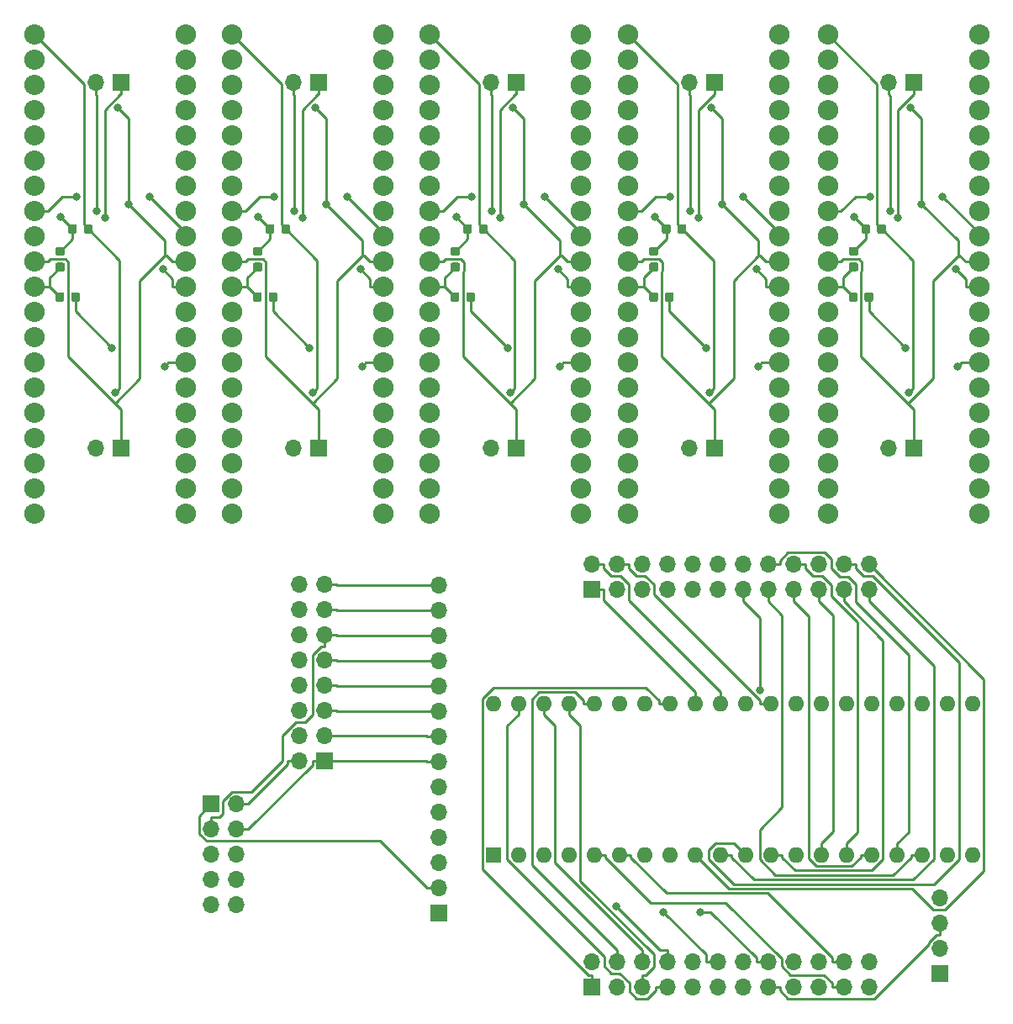
<source format=gbr>
G04 #@! TF.GenerationSoftware,KiCad,Pcbnew,5.0.0*
G04 #@! TF.CreationDate,2018-10-25T12:48:18+02:00*
G04 #@! TF.ProjectId,WaterFanBoard,576174657246616E426F6172642E6B69,rev?*
G04 #@! TF.SameCoordinates,Original*
G04 #@! TF.FileFunction,Copper,L2,Bot,Mixed*
G04 #@! TF.FilePolarity,Positive*
%FSLAX46Y46*%
G04 Gerber Fmt 4.6, Leading zero omitted, Abs format (unit mm)*
G04 Created by KiCad (PCBNEW 5.0.0) date Thu Oct 25 12:48:18 2018*
%MOMM*%
%LPD*%
G01*
G04 APERTURE LIST*
G04 #@! TA.AperFunction,ComponentPad*
%ADD10R,1.700000X1.700000*%
G04 #@! TD*
G04 #@! TA.AperFunction,ComponentPad*
%ADD11O,1.700000X1.700000*%
G04 #@! TD*
G04 #@! TA.AperFunction,ComponentPad*
%ADD12O,1.600000X1.600000*%
G04 #@! TD*
G04 #@! TA.AperFunction,ComponentPad*
%ADD13R,1.600000X1.600000*%
G04 #@! TD*
G04 #@! TA.AperFunction,ComponentPad*
%ADD14O,2.050000X2.050000*%
G04 #@! TD*
G04 #@! TA.AperFunction,Conductor*
%ADD15C,0.100000*%
G04 #@! TD*
G04 #@! TA.AperFunction,SMDPad,CuDef*
%ADD16C,0.875000*%
G04 #@! TD*
G04 #@! TA.AperFunction,ViaPad*
%ADD17C,0.800000*%
G04 #@! TD*
G04 #@! TA.AperFunction,Conductor*
%ADD18C,0.250000*%
G04 #@! TD*
G04 APERTURE END LIST*
D10*
G04 #@! TO.P,J1,1*
G04 #@! TO.N,/3V*
X142995237Y-190462313D03*
D11*
G04 #@! TO.P,J1,2*
G04 #@! TO.N,/5V*
X142995237Y-187922313D03*
G04 #@! TO.P,J1,3*
G04 #@! TO.N,GND*
X142995237Y-185382313D03*
G04 #@! TO.P,J1,4*
X142995237Y-182842313D03*
G04 #@! TO.P,J1,5*
G04 #@! TO.N,/VIN*
X142995237Y-180302313D03*
G04 #@! TO.P,J1,6*
G04 #@! TO.N,Net-(J1-Pad6)*
X142995237Y-177762313D03*
G04 #@! TO.P,J1,7*
G04 #@! TO.N,/A0*
X142995237Y-175222313D03*
G04 #@! TO.P,J1,8*
G04 #@! TO.N,/A1*
X142995237Y-172682313D03*
G04 #@! TO.P,J1,9*
G04 #@! TO.N,/A11*
X142995237Y-170142313D03*
G04 #@! TO.P,J1,10*
G04 #@! TO.N,/A12*
X142995237Y-167602313D03*
G04 #@! TO.P,J1,11*
G04 #@! TO.N,/A4*
X142995237Y-165062313D03*
G04 #@! TO.P,J1,12*
G04 #@! TO.N,/A5*
X142995237Y-162522313D03*
G04 #@! TO.P,J1,13*
G04 #@! TO.N,/A6*
X142995237Y-159982313D03*
G04 #@! TO.P,J1,14*
G04 #@! TO.N,/A7*
X142995237Y-157442313D03*
G04 #@! TD*
D10*
G04 #@! TO.P,J3,1*
G04 #@! TO.N,/5V*
X120095237Y-179462313D03*
D11*
G04 #@! TO.P,J3,2*
G04 #@! TO.N,GND*
X122635237Y-179462313D03*
G04 #@! TO.P,J3,3*
G04 #@! TO.N,/A5*
X120095237Y-182002313D03*
G04 #@! TO.P,J3,4*
G04 #@! TO.N,/A0*
X122635237Y-182002313D03*
G04 #@! TO.P,J3,5*
G04 #@! TO.N,/A1*
X120095237Y-184542313D03*
G04 #@! TO.P,J3,6*
G04 #@! TO.N,/D40*
X122635237Y-184542313D03*
G04 #@! TO.P,J3,7*
G04 #@! TO.N,/D44*
X120095237Y-187082313D03*
G04 #@! TO.P,J3,8*
G04 #@! TO.N,/D42*
X122635237Y-187082313D03*
G04 #@! TO.P,J3,9*
G04 #@! TO.N,/A12*
X120095237Y-189622313D03*
G04 #@! TO.P,J3,10*
G04 #@! TO.N,/A11*
X122635237Y-189622313D03*
G04 #@! TD*
D10*
G04 #@! TO.P,J2,1*
G04 #@! TO.N,/A0*
X131495237Y-175142313D03*
D11*
G04 #@! TO.P,J2,2*
G04 #@! TO.N,GND*
X128955237Y-175142313D03*
G04 #@! TO.P,J2,3*
G04 #@! TO.N,/A1*
X131495237Y-172602313D03*
G04 #@! TO.P,J2,4*
G04 #@! TO.N,GND*
X128955237Y-172602313D03*
G04 #@! TO.P,J2,5*
G04 #@! TO.N,/A11*
X131495237Y-170062313D03*
G04 #@! TO.P,J2,6*
G04 #@! TO.N,GND*
X128955237Y-170062313D03*
G04 #@! TO.P,J2,7*
G04 #@! TO.N,/A12*
X131495237Y-167522313D03*
G04 #@! TO.P,J2,8*
G04 #@! TO.N,GND*
X128955237Y-167522313D03*
G04 #@! TO.P,J2,9*
G04 #@! TO.N,/A4*
X131495237Y-164982313D03*
G04 #@! TO.P,J2,10*
G04 #@! TO.N,GND*
X128955237Y-164982313D03*
G04 #@! TO.P,J2,11*
G04 #@! TO.N,/A5*
X131495237Y-162442313D03*
G04 #@! TO.P,J2,12*
G04 #@! TO.N,GND*
X128955237Y-162442313D03*
G04 #@! TO.P,J2,13*
G04 #@! TO.N,/A6*
X131495237Y-159902313D03*
G04 #@! TO.P,J2,14*
G04 #@! TO.N,GND*
X128955237Y-159902313D03*
G04 #@! TO.P,J2,15*
G04 #@! TO.N,/A7*
X131495237Y-157362313D03*
G04 #@! TO.P,J2,16*
G04 #@! TO.N,GND*
X128955237Y-157362313D03*
G04 #@! TD*
G04 #@! TO.P,J2,4*
G04 #@! TO.N,/P16*
X193510058Y-188945591D03*
G04 #@! TO.P,J2,3*
G04 #@! TO.N,/P15*
X193510058Y-191485591D03*
G04 #@! TO.P,J2,2*
G04 #@! TO.N,/P12*
X193510058Y-194025591D03*
D10*
G04 #@! TO.P,J2,1*
G04 #@! TO.N,/P11*
X193510058Y-196565591D03*
G04 #@! TD*
G04 #@! TO.P,J3,1*
G04 #@! TO.N,/P48*
X158410058Y-157865591D03*
D11*
G04 #@! TO.P,J3,2*
G04 #@! TO.N,/P47*
X158410058Y-155325591D03*
G04 #@! TO.P,J3,3*
G04 #@! TO.N,/P46*
X160950058Y-157865591D03*
G04 #@! TO.P,J3,4*
G04 #@! TO.N,/P45*
X160950058Y-155325591D03*
G04 #@! TO.P,J3,5*
G04 #@! TO.N,/P44*
X163490058Y-157865591D03*
G04 #@! TO.P,J3,6*
G04 #@! TO.N,/P43*
X163490058Y-155325591D03*
G04 #@! TO.P,J3,7*
G04 #@! TO.N,/P42*
X166030058Y-157865591D03*
G04 #@! TO.P,J3,8*
G04 #@! TO.N,/P41*
X166030058Y-155325591D03*
G04 #@! TO.P,J3,9*
G04 #@! TO.N,/P40*
X168570058Y-157865591D03*
G04 #@! TO.P,J3,10*
G04 #@! TO.N,/P39*
X168570058Y-155325591D03*
G04 #@! TO.P,J3,11*
G04 #@! TO.N,/P38*
X171110058Y-157865591D03*
G04 #@! TO.P,J3,12*
G04 #@! TO.N,/P37*
X171110058Y-155325591D03*
G04 #@! TO.P,J3,13*
G04 #@! TO.N,/P36*
X173650058Y-157865591D03*
G04 #@! TO.P,J3,14*
G04 #@! TO.N,/P35*
X173650058Y-155325591D03*
G04 #@! TO.P,J3,15*
G04 #@! TO.N,/P34*
X176190058Y-157865591D03*
G04 #@! TO.P,J3,16*
G04 #@! TO.N,/P33*
X176190058Y-155325591D03*
G04 #@! TO.P,J3,17*
G04 #@! TO.N,/P32*
X178730058Y-157865591D03*
G04 #@! TO.P,J3,18*
G04 #@! TO.N,/P31*
X178730058Y-155325591D03*
G04 #@! TO.P,J3,19*
G04 #@! TO.N,/P30*
X181270058Y-157865591D03*
G04 #@! TO.P,J3,20*
G04 #@! TO.N,/P29*
X181270058Y-155325591D03*
G04 #@! TO.P,J3,21*
G04 #@! TO.N,/P28*
X183810058Y-157865591D03*
G04 #@! TO.P,J3,22*
G04 #@! TO.N,/P27*
X183810058Y-155325591D03*
G04 #@! TO.P,J3,23*
G04 #@! TO.N,/P26*
X186350058Y-157865591D03*
G04 #@! TO.P,J3,24*
G04 #@! TO.N,/P25*
X186350058Y-155325591D03*
G04 #@! TD*
G04 #@! TO.P,J1,24*
G04 #@! TO.N,/P24*
X186350058Y-195325591D03*
G04 #@! TO.P,J1,23*
G04 #@! TO.N,/P23*
X186350058Y-197865591D03*
G04 #@! TO.P,J1,22*
G04 #@! TO.N,/P22*
X183810058Y-195325591D03*
G04 #@! TO.P,J1,21*
G04 #@! TO.N,/P21*
X183810058Y-197865591D03*
G04 #@! TO.P,J1,20*
G04 #@! TO.N,/P20*
X181270058Y-195325591D03*
G04 #@! TO.P,J1,19*
G04 #@! TO.N,/P19*
X181270058Y-197865591D03*
G04 #@! TO.P,J1,18*
G04 #@! TO.N,/P18*
X178730058Y-195325591D03*
G04 #@! TO.P,J1,17*
G04 #@! TO.N,/P17*
X178730058Y-197865591D03*
G04 #@! TO.P,J1,16*
G04 #@! TO.N,/P16*
X176190058Y-195325591D03*
G04 #@! TO.P,J1,15*
G04 #@! TO.N,/P15*
X176190058Y-197865591D03*
G04 #@! TO.P,J1,14*
G04 #@! TO.N,Net-(J1-Pad14)*
X173650058Y-195325591D03*
G04 #@! TO.P,J1,13*
G04 #@! TO.N,Net-(J1-Pad13)*
X173650058Y-197865591D03*
G04 #@! TO.P,J1,12*
G04 #@! TO.N,/P12*
X171110058Y-195325591D03*
G04 #@! TO.P,J1,11*
G04 #@! TO.N,/P11*
X171110058Y-197865591D03*
G04 #@! TO.P,J1,10*
G04 #@! TO.N,Net-(J1-Pad10)*
X168570058Y-195325591D03*
G04 #@! TO.P,J1,9*
G04 #@! TO.N,Net-(J1-Pad9)*
X168570058Y-197865591D03*
G04 #@! TO.P,J1,8*
G04 #@! TO.N,/P8*
X166030058Y-195325591D03*
G04 #@! TO.P,J1,7*
G04 #@! TO.N,/P7*
X166030058Y-197865591D03*
G04 #@! TO.P,J1,6*
G04 #@! TO.N,/P6*
X163490058Y-195325591D03*
G04 #@! TO.P,J1,5*
G04 #@! TO.N,/P5*
X163490058Y-197865591D03*
G04 #@! TO.P,J1,4*
G04 #@! TO.N,/P4*
X160950058Y-195325591D03*
G04 #@! TO.P,J1,3*
G04 #@! TO.N,/P3*
X160950058Y-197865591D03*
G04 #@! TO.P,J1,2*
G04 #@! TO.N,/P2*
X158410058Y-195325591D03*
D10*
G04 #@! TO.P,J1,1*
G04 #@! TO.N,/P1*
X158410058Y-197865591D03*
G04 #@! TD*
D12*
G04 #@! TO.P,U1,40*
G04 #@! TO.N,/P8*
X148510058Y-169325591D03*
G04 #@! TO.P,U1,20*
G04 #@! TO.N,/P36*
X196770058Y-184565591D03*
G04 #@! TO.P,U1,39*
G04 #@! TO.N,/P7*
X151050058Y-169325591D03*
G04 #@! TO.P,U1,19*
G04 #@! TO.N,/P35*
X194230058Y-184565591D03*
G04 #@! TO.P,U1,38*
G04 #@! TO.N,/P6*
X153590058Y-169325591D03*
G04 #@! TO.P,U1,18*
G04 #@! TO.N,/P34*
X191690058Y-184565591D03*
G04 #@! TO.P,U1,37*
G04 #@! TO.N,/P5*
X156130058Y-169325591D03*
G04 #@! TO.P,U1,17*
G04 #@! TO.N,/P33*
X189150058Y-184565591D03*
G04 #@! TO.P,U1,36*
G04 #@! TO.N,/P4*
X158670058Y-169325591D03*
G04 #@! TO.P,U1,16*
G04 #@! TO.N,/P32*
X186610058Y-184565591D03*
G04 #@! TO.P,U1,35*
G04 #@! TO.N,/P3*
X161210058Y-169325591D03*
G04 #@! TO.P,U1,15*
G04 #@! TO.N,/P31*
X184070058Y-184565591D03*
G04 #@! TO.P,U1,34*
G04 #@! TO.N,/P2*
X163750058Y-169325591D03*
G04 #@! TO.P,U1,14*
G04 #@! TO.N,/P30*
X181530058Y-184565591D03*
G04 #@! TO.P,U1,33*
G04 #@! TO.N,/P1*
X166290058Y-169325591D03*
G04 #@! TO.P,U1,13*
G04 #@! TO.N,/P29*
X178990058Y-184565591D03*
G04 #@! TO.P,U1,32*
G04 #@! TO.N,/P48*
X168830058Y-169325591D03*
G04 #@! TO.P,U1,12*
G04 #@! TO.N,/P28*
X176450058Y-184565591D03*
G04 #@! TO.P,U1,31*
G04 #@! TO.N,/P47*
X171370058Y-169325591D03*
G04 #@! TO.P,U1,11*
G04 #@! TO.N,/P27*
X173910058Y-184565591D03*
G04 #@! TO.P,U1,30*
G04 #@! TO.N,/P46*
X173910058Y-169325591D03*
G04 #@! TO.P,U1,10*
G04 #@! TO.N,/P26*
X171370058Y-184565591D03*
G04 #@! TO.P,U1,29*
G04 #@! TO.N,/P45*
X176450058Y-169325591D03*
G04 #@! TO.P,U1,9*
G04 #@! TO.N,/P25*
X168830058Y-184565591D03*
G04 #@! TO.P,U1,28*
G04 #@! TO.N,/P44*
X178990058Y-169325591D03*
G04 #@! TO.P,U1,8*
G04 #@! TO.N,/P24*
X166290058Y-184565591D03*
G04 #@! TO.P,U1,27*
G04 #@! TO.N,/P43*
X181530058Y-169325591D03*
G04 #@! TO.P,U1,7*
G04 #@! TO.N,/P23*
X163750058Y-184565591D03*
G04 #@! TO.P,U1,26*
G04 #@! TO.N,/P42*
X184070058Y-169325591D03*
G04 #@! TO.P,U1,6*
G04 #@! TO.N,/P22*
X161210058Y-184565591D03*
G04 #@! TO.P,U1,25*
G04 #@! TO.N,/P41*
X186610058Y-169325591D03*
G04 #@! TO.P,U1,5*
G04 #@! TO.N,/P21*
X158670058Y-184565591D03*
G04 #@! TO.P,U1,24*
G04 #@! TO.N,/P40*
X189150058Y-169325591D03*
G04 #@! TO.P,U1,4*
G04 #@! TO.N,/P20*
X156130058Y-184565591D03*
G04 #@! TO.P,U1,23*
G04 #@! TO.N,/P39*
X191690058Y-169325591D03*
G04 #@! TO.P,U1,3*
G04 #@! TO.N,/P19*
X153590058Y-184565591D03*
G04 #@! TO.P,U1,22*
G04 #@! TO.N,/P38*
X194230058Y-169325591D03*
G04 #@! TO.P,U1,2*
G04 #@! TO.N,/P18*
X151050058Y-184565591D03*
G04 #@! TO.P,U1,21*
G04 #@! TO.N,/P37*
X196770058Y-169325591D03*
D13*
G04 #@! TO.P,U1,1*
G04 #@! TO.N,/P17*
X148510058Y-184565591D03*
G04 #@! TD*
D14*
G04 #@! TO.P,U1,1*
G04 #@! TO.N,/P1_1*
X117513000Y-150246000D03*
G04 #@! TO.P,U1,2*
G04 #@! TO.N,/P2*
X117513000Y-147706000D03*
G04 #@! TO.P,U1,3*
G04 #@! TO.N,/P3*
X117513000Y-145166000D03*
G04 #@! TO.P,U1,4*
G04 #@! TO.N,/P4*
X117513000Y-142626000D03*
G04 #@! TO.P,U1,5*
G04 #@! TO.N,/P5*
X117513000Y-140086000D03*
G04 #@! TO.P,U1,6*
G04 #@! TO.N,/P6*
X117513000Y-137546000D03*
G04 #@! TO.P,U1,7*
G04 #@! TO.N,/P7*
X117513000Y-135006000D03*
G04 #@! TO.P,U1,8*
G04 #@! TO.N,/P8*
X117513000Y-132466000D03*
G04 #@! TO.P,U1,9*
G04 #@! TO.N,/P9*
X117513000Y-129926000D03*
G04 #@! TO.P,U1,10*
G04 #@! TO.N,/P10*
X117513000Y-127386000D03*
G04 #@! TO.P,U1,11*
G04 #@! TO.N,VSS*
X117513000Y-124846000D03*
G04 #@! TO.P,U1,12*
G04 #@! TO.N,/P12*
X117513000Y-122306000D03*
G04 #@! TO.P,U1,13*
G04 #@! TO.N,/P13*
X117513000Y-119766000D03*
G04 #@! TO.P,U1,14*
G04 #@! TO.N,/P14*
X117513000Y-117226000D03*
G04 #@! TO.P,U1,15*
G04 #@! TO.N,/P15*
X117513000Y-114686000D03*
G04 #@! TO.P,U1,16*
G04 #@! TO.N,/P16*
X117513000Y-112146000D03*
G04 #@! TO.P,U1,17*
G04 #@! TO.N,/P17*
X117513000Y-109606000D03*
G04 #@! TO.P,U1,18*
G04 #@! TO.N,/P18*
X117513000Y-107066000D03*
G04 #@! TO.P,U1,19*
G04 #@! TO.N,/P19*
X117513000Y-104526000D03*
G04 #@! TO.P,U1,20*
G04 #@! TO.N,/P20*
X117513000Y-101986000D03*
G04 #@! TO.P,U1,21*
G04 #@! TO.N,VCC*
X102273000Y-101986000D03*
G04 #@! TO.P,U1,22*
G04 #@! TO.N,/P22*
X102273000Y-104526000D03*
G04 #@! TO.P,U1,23*
G04 #@! TO.N,/P23*
X102273000Y-107066000D03*
G04 #@! TO.P,U1,24*
G04 #@! TO.N,/P24*
X102273000Y-109606000D03*
G04 #@! TO.P,U1,25*
G04 #@! TO.N,/P25*
X102273000Y-112146000D03*
G04 #@! TO.P,U1,26*
G04 #@! TO.N,/P26*
X102273000Y-114686000D03*
G04 #@! TO.P,U1,27*
G04 #@! TO.N,/P27*
X102273000Y-117226000D03*
G04 #@! TO.P,U1,28*
G04 #@! TO.N,/P28*
X102273000Y-119766000D03*
G04 #@! TO.P,U1,29*
G04 #@! TO.N,/P29*
X102273000Y-122306000D03*
G04 #@! TO.P,U1,30*
G04 #@! TO.N,VSS*
X102273000Y-124846000D03*
G04 #@! TO.P,U1,31*
G04 #@! TO.N,/P31_1*
X102273000Y-127386000D03*
G04 #@! TO.P,U1,32*
G04 #@! TO.N,/P32*
X102273000Y-129926000D03*
G04 #@! TO.P,U1,33*
G04 #@! TO.N,/P33*
X102273000Y-132466000D03*
G04 #@! TO.P,U1,34*
G04 #@! TO.N,/P34*
X102273000Y-135006000D03*
G04 #@! TO.P,U1,35*
G04 #@! TO.N,/P35*
X102273000Y-137546000D03*
G04 #@! TO.P,U1,36*
G04 #@! TO.N,/P36*
X102273000Y-140086000D03*
G04 #@! TO.P,U1,37*
G04 #@! TO.N,/P37*
X102273000Y-142626000D03*
G04 #@! TO.P,U1,38*
G04 #@! TO.N,/P38*
X102273000Y-145166000D03*
G04 #@! TO.P,U1,39*
G04 #@! TO.N,/P39*
X102273000Y-147706000D03*
G04 #@! TO.P,U1,40*
G04 #@! TO.N,/P40*
X102273000Y-150246000D03*
G04 #@! TD*
D15*
G04 #@! TO.N,VCC*
G04 #@! TO.C,R7*
G36*
X107931691Y-121070053D02*
X107952926Y-121073203D01*
X107973750Y-121078419D01*
X107993962Y-121085651D01*
X108013368Y-121094830D01*
X108031781Y-121105866D01*
X108049024Y-121118654D01*
X108064930Y-121133070D01*
X108079346Y-121148976D01*
X108092134Y-121166219D01*
X108103170Y-121184632D01*
X108112349Y-121204038D01*
X108119581Y-121224250D01*
X108124797Y-121245074D01*
X108127947Y-121266309D01*
X108129000Y-121287750D01*
X108129000Y-121800250D01*
X108127947Y-121821691D01*
X108124797Y-121842926D01*
X108119581Y-121863750D01*
X108112349Y-121883962D01*
X108103170Y-121903368D01*
X108092134Y-121921781D01*
X108079346Y-121939024D01*
X108064930Y-121954930D01*
X108049024Y-121969346D01*
X108031781Y-121982134D01*
X108013368Y-121993170D01*
X107993962Y-122002349D01*
X107973750Y-122009581D01*
X107952926Y-122014797D01*
X107931691Y-122017947D01*
X107910250Y-122019000D01*
X107472750Y-122019000D01*
X107451309Y-122017947D01*
X107430074Y-122014797D01*
X107409250Y-122009581D01*
X107389038Y-122002349D01*
X107369632Y-121993170D01*
X107351219Y-121982134D01*
X107333976Y-121969346D01*
X107318070Y-121954930D01*
X107303654Y-121939024D01*
X107290866Y-121921781D01*
X107279830Y-121903368D01*
X107270651Y-121883962D01*
X107263419Y-121863750D01*
X107258203Y-121842926D01*
X107255053Y-121821691D01*
X107254000Y-121800250D01*
X107254000Y-121287750D01*
X107255053Y-121266309D01*
X107258203Y-121245074D01*
X107263419Y-121224250D01*
X107270651Y-121204038D01*
X107279830Y-121184632D01*
X107290866Y-121166219D01*
X107303654Y-121148976D01*
X107318070Y-121133070D01*
X107333976Y-121118654D01*
X107351219Y-121105866D01*
X107369632Y-121094830D01*
X107389038Y-121085651D01*
X107409250Y-121078419D01*
X107430074Y-121073203D01*
X107451309Y-121070053D01*
X107472750Y-121069000D01*
X107910250Y-121069000D01*
X107931691Y-121070053D01*
X107931691Y-121070053D01*
G37*
D16*
G04 #@! TD*
G04 #@! TO.P,R7,2*
G04 #@! TO.N,VCC*
X107691500Y-121544000D03*
D15*
G04 #@! TO.N,/P31_2*
G04 #@! TO.C,R7*
G36*
X106356691Y-121070053D02*
X106377926Y-121073203D01*
X106398750Y-121078419D01*
X106418962Y-121085651D01*
X106438368Y-121094830D01*
X106456781Y-121105866D01*
X106474024Y-121118654D01*
X106489930Y-121133070D01*
X106504346Y-121148976D01*
X106517134Y-121166219D01*
X106528170Y-121184632D01*
X106537349Y-121204038D01*
X106544581Y-121224250D01*
X106549797Y-121245074D01*
X106552947Y-121266309D01*
X106554000Y-121287750D01*
X106554000Y-121800250D01*
X106552947Y-121821691D01*
X106549797Y-121842926D01*
X106544581Y-121863750D01*
X106537349Y-121883962D01*
X106528170Y-121903368D01*
X106517134Y-121921781D01*
X106504346Y-121939024D01*
X106489930Y-121954930D01*
X106474024Y-121969346D01*
X106456781Y-121982134D01*
X106438368Y-121993170D01*
X106418962Y-122002349D01*
X106398750Y-122009581D01*
X106377926Y-122014797D01*
X106356691Y-122017947D01*
X106335250Y-122019000D01*
X105897750Y-122019000D01*
X105876309Y-122017947D01*
X105855074Y-122014797D01*
X105834250Y-122009581D01*
X105814038Y-122002349D01*
X105794632Y-121993170D01*
X105776219Y-121982134D01*
X105758976Y-121969346D01*
X105743070Y-121954930D01*
X105728654Y-121939024D01*
X105715866Y-121921781D01*
X105704830Y-121903368D01*
X105695651Y-121883962D01*
X105688419Y-121863750D01*
X105683203Y-121842926D01*
X105680053Y-121821691D01*
X105679000Y-121800250D01*
X105679000Y-121287750D01*
X105680053Y-121266309D01*
X105683203Y-121245074D01*
X105688419Y-121224250D01*
X105695651Y-121204038D01*
X105704830Y-121184632D01*
X105715866Y-121166219D01*
X105728654Y-121148976D01*
X105743070Y-121133070D01*
X105758976Y-121118654D01*
X105776219Y-121105866D01*
X105794632Y-121094830D01*
X105814038Y-121085651D01*
X105834250Y-121078419D01*
X105855074Y-121073203D01*
X105876309Y-121070053D01*
X105897750Y-121069000D01*
X106335250Y-121069000D01*
X106356691Y-121070053D01*
X106356691Y-121070053D01*
G37*
D16*
G04 #@! TD*
G04 #@! TO.P,R7,1*
G04 #@! TO.N,/P31_2*
X106116500Y-121544000D03*
D15*
G04 #@! TO.N,/P1_2*
G04 #@! TO.C,R6*
G36*
X106661691Y-127928053D02*
X106682926Y-127931203D01*
X106703750Y-127936419D01*
X106723962Y-127943651D01*
X106743368Y-127952830D01*
X106761781Y-127963866D01*
X106779024Y-127976654D01*
X106794930Y-127991070D01*
X106809346Y-128006976D01*
X106822134Y-128024219D01*
X106833170Y-128042632D01*
X106842349Y-128062038D01*
X106849581Y-128082250D01*
X106854797Y-128103074D01*
X106857947Y-128124309D01*
X106859000Y-128145750D01*
X106859000Y-128658250D01*
X106857947Y-128679691D01*
X106854797Y-128700926D01*
X106849581Y-128721750D01*
X106842349Y-128741962D01*
X106833170Y-128761368D01*
X106822134Y-128779781D01*
X106809346Y-128797024D01*
X106794930Y-128812930D01*
X106779024Y-128827346D01*
X106761781Y-128840134D01*
X106743368Y-128851170D01*
X106723962Y-128860349D01*
X106703750Y-128867581D01*
X106682926Y-128872797D01*
X106661691Y-128875947D01*
X106640250Y-128877000D01*
X106202750Y-128877000D01*
X106181309Y-128875947D01*
X106160074Y-128872797D01*
X106139250Y-128867581D01*
X106119038Y-128860349D01*
X106099632Y-128851170D01*
X106081219Y-128840134D01*
X106063976Y-128827346D01*
X106048070Y-128812930D01*
X106033654Y-128797024D01*
X106020866Y-128779781D01*
X106009830Y-128761368D01*
X106000651Y-128741962D01*
X105993419Y-128721750D01*
X105988203Y-128700926D01*
X105985053Y-128679691D01*
X105984000Y-128658250D01*
X105984000Y-128145750D01*
X105985053Y-128124309D01*
X105988203Y-128103074D01*
X105993419Y-128082250D01*
X106000651Y-128062038D01*
X106009830Y-128042632D01*
X106020866Y-128024219D01*
X106033654Y-128006976D01*
X106048070Y-127991070D01*
X106063976Y-127976654D01*
X106081219Y-127963866D01*
X106099632Y-127952830D01*
X106119038Y-127943651D01*
X106139250Y-127936419D01*
X106160074Y-127931203D01*
X106181309Y-127928053D01*
X106202750Y-127927000D01*
X106640250Y-127927000D01*
X106661691Y-127928053D01*
X106661691Y-127928053D01*
G37*
D16*
G04 #@! TD*
G04 #@! TO.P,R6,1*
G04 #@! TO.N,/P1_2*
X106421500Y-128402000D03*
D15*
G04 #@! TO.N,/P31_1*
G04 #@! TO.C,R6*
G36*
X105086691Y-127928053D02*
X105107926Y-127931203D01*
X105128750Y-127936419D01*
X105148962Y-127943651D01*
X105168368Y-127952830D01*
X105186781Y-127963866D01*
X105204024Y-127976654D01*
X105219930Y-127991070D01*
X105234346Y-128006976D01*
X105247134Y-128024219D01*
X105258170Y-128042632D01*
X105267349Y-128062038D01*
X105274581Y-128082250D01*
X105279797Y-128103074D01*
X105282947Y-128124309D01*
X105284000Y-128145750D01*
X105284000Y-128658250D01*
X105282947Y-128679691D01*
X105279797Y-128700926D01*
X105274581Y-128721750D01*
X105267349Y-128741962D01*
X105258170Y-128761368D01*
X105247134Y-128779781D01*
X105234346Y-128797024D01*
X105219930Y-128812930D01*
X105204024Y-128827346D01*
X105186781Y-128840134D01*
X105168368Y-128851170D01*
X105148962Y-128860349D01*
X105128750Y-128867581D01*
X105107926Y-128872797D01*
X105086691Y-128875947D01*
X105065250Y-128877000D01*
X104627750Y-128877000D01*
X104606309Y-128875947D01*
X104585074Y-128872797D01*
X104564250Y-128867581D01*
X104544038Y-128860349D01*
X104524632Y-128851170D01*
X104506219Y-128840134D01*
X104488976Y-128827346D01*
X104473070Y-128812930D01*
X104458654Y-128797024D01*
X104445866Y-128779781D01*
X104434830Y-128761368D01*
X104425651Y-128741962D01*
X104418419Y-128721750D01*
X104413203Y-128700926D01*
X104410053Y-128679691D01*
X104409000Y-128658250D01*
X104409000Y-128145750D01*
X104410053Y-128124309D01*
X104413203Y-128103074D01*
X104418419Y-128082250D01*
X104425651Y-128062038D01*
X104434830Y-128042632D01*
X104445866Y-128024219D01*
X104458654Y-128006976D01*
X104473070Y-127991070D01*
X104488976Y-127976654D01*
X104506219Y-127963866D01*
X104524632Y-127952830D01*
X104544038Y-127943651D01*
X104564250Y-127936419D01*
X104585074Y-127931203D01*
X104606309Y-127928053D01*
X104627750Y-127927000D01*
X105065250Y-127927000D01*
X105086691Y-127928053D01*
X105086691Y-127928053D01*
G37*
D16*
G04 #@! TD*
G04 #@! TO.P,R6,2*
G04 #@! TO.N,/P31_1*
X104846500Y-128402000D03*
D15*
G04 #@! TO.N,/P31_1*
G04 #@! TO.C,R5*
G36*
X105149691Y-124943053D02*
X105170926Y-124946203D01*
X105191750Y-124951419D01*
X105211962Y-124958651D01*
X105231368Y-124967830D01*
X105249781Y-124978866D01*
X105267024Y-124991654D01*
X105282930Y-125006070D01*
X105297346Y-125021976D01*
X105310134Y-125039219D01*
X105321170Y-125057632D01*
X105330349Y-125077038D01*
X105337581Y-125097250D01*
X105342797Y-125118074D01*
X105345947Y-125139309D01*
X105347000Y-125160750D01*
X105347000Y-125598250D01*
X105345947Y-125619691D01*
X105342797Y-125640926D01*
X105337581Y-125661750D01*
X105330349Y-125681962D01*
X105321170Y-125701368D01*
X105310134Y-125719781D01*
X105297346Y-125737024D01*
X105282930Y-125752930D01*
X105267024Y-125767346D01*
X105249781Y-125780134D01*
X105231368Y-125791170D01*
X105211962Y-125800349D01*
X105191750Y-125807581D01*
X105170926Y-125812797D01*
X105149691Y-125815947D01*
X105128250Y-125817000D01*
X104615750Y-125817000D01*
X104594309Y-125815947D01*
X104573074Y-125812797D01*
X104552250Y-125807581D01*
X104532038Y-125800349D01*
X104512632Y-125791170D01*
X104494219Y-125780134D01*
X104476976Y-125767346D01*
X104461070Y-125752930D01*
X104446654Y-125737024D01*
X104433866Y-125719781D01*
X104422830Y-125701368D01*
X104413651Y-125681962D01*
X104406419Y-125661750D01*
X104401203Y-125640926D01*
X104398053Y-125619691D01*
X104397000Y-125598250D01*
X104397000Y-125160750D01*
X104398053Y-125139309D01*
X104401203Y-125118074D01*
X104406419Y-125097250D01*
X104413651Y-125077038D01*
X104422830Y-125057632D01*
X104433866Y-125039219D01*
X104446654Y-125021976D01*
X104461070Y-125006070D01*
X104476976Y-124991654D01*
X104494219Y-124978866D01*
X104512632Y-124967830D01*
X104532038Y-124958651D01*
X104552250Y-124951419D01*
X104573074Y-124946203D01*
X104594309Y-124943053D01*
X104615750Y-124942000D01*
X105128250Y-124942000D01*
X105149691Y-124943053D01*
X105149691Y-124943053D01*
G37*
D16*
G04 #@! TD*
G04 #@! TO.P,R5,2*
G04 #@! TO.N,/P31_1*
X104872000Y-125379500D03*
D15*
G04 #@! TO.N,/P31_2*
G04 #@! TO.C,R5*
G36*
X105149691Y-123368053D02*
X105170926Y-123371203D01*
X105191750Y-123376419D01*
X105211962Y-123383651D01*
X105231368Y-123392830D01*
X105249781Y-123403866D01*
X105267024Y-123416654D01*
X105282930Y-123431070D01*
X105297346Y-123446976D01*
X105310134Y-123464219D01*
X105321170Y-123482632D01*
X105330349Y-123502038D01*
X105337581Y-123522250D01*
X105342797Y-123543074D01*
X105345947Y-123564309D01*
X105347000Y-123585750D01*
X105347000Y-124023250D01*
X105345947Y-124044691D01*
X105342797Y-124065926D01*
X105337581Y-124086750D01*
X105330349Y-124106962D01*
X105321170Y-124126368D01*
X105310134Y-124144781D01*
X105297346Y-124162024D01*
X105282930Y-124177930D01*
X105267024Y-124192346D01*
X105249781Y-124205134D01*
X105231368Y-124216170D01*
X105211962Y-124225349D01*
X105191750Y-124232581D01*
X105170926Y-124237797D01*
X105149691Y-124240947D01*
X105128250Y-124242000D01*
X104615750Y-124242000D01*
X104594309Y-124240947D01*
X104573074Y-124237797D01*
X104552250Y-124232581D01*
X104532038Y-124225349D01*
X104512632Y-124216170D01*
X104494219Y-124205134D01*
X104476976Y-124192346D01*
X104461070Y-124177930D01*
X104446654Y-124162024D01*
X104433866Y-124144781D01*
X104422830Y-124126368D01*
X104413651Y-124106962D01*
X104406419Y-124086750D01*
X104401203Y-124065926D01*
X104398053Y-124044691D01*
X104397000Y-124023250D01*
X104397000Y-123585750D01*
X104398053Y-123564309D01*
X104401203Y-123543074D01*
X104406419Y-123522250D01*
X104413651Y-123502038D01*
X104422830Y-123482632D01*
X104433866Y-123464219D01*
X104446654Y-123446976D01*
X104461070Y-123431070D01*
X104476976Y-123416654D01*
X104494219Y-123403866D01*
X104512632Y-123392830D01*
X104532038Y-123383651D01*
X104552250Y-123376419D01*
X104573074Y-123371203D01*
X104594309Y-123368053D01*
X104615750Y-123367000D01*
X105128250Y-123367000D01*
X105149691Y-123368053D01*
X105149691Y-123368053D01*
G37*
D16*
G04 #@! TD*
G04 #@! TO.P,R5,1*
G04 #@! TO.N,/P31_2*
X104872000Y-123804500D03*
D10*
G04 #@! TO.P,J1,1*
G04 #@! TO.N,VSS*
X110968000Y-143642000D03*
D11*
G04 #@! TO.P,J1,2*
G04 #@! TO.N,/P_A18*
X108428000Y-143642000D03*
G04 #@! TD*
D10*
G04 #@! TO.P,J2,1*
G04 #@! TO.N,/P_RST*
X110968000Y-106812000D03*
D11*
G04 #@! TO.P,J2,2*
G04 #@! TO.N,/P_WE*
X108428000Y-106812000D03*
G04 #@! TD*
D14*
G04 #@! TO.P,U1,1*
G04 #@! TO.N,/P1_1*
X137413000Y-150246000D03*
G04 #@! TO.P,U1,2*
G04 #@! TO.N,/P2*
X137413000Y-147706000D03*
G04 #@! TO.P,U1,3*
G04 #@! TO.N,/P3*
X137413000Y-145166000D03*
G04 #@! TO.P,U1,4*
G04 #@! TO.N,/P4*
X137413000Y-142626000D03*
G04 #@! TO.P,U1,5*
G04 #@! TO.N,/P5*
X137413000Y-140086000D03*
G04 #@! TO.P,U1,6*
G04 #@! TO.N,/P6*
X137413000Y-137546000D03*
G04 #@! TO.P,U1,7*
G04 #@! TO.N,/P7*
X137413000Y-135006000D03*
G04 #@! TO.P,U1,8*
G04 #@! TO.N,/P8*
X137413000Y-132466000D03*
G04 #@! TO.P,U1,9*
G04 #@! TO.N,/P9*
X137413000Y-129926000D03*
G04 #@! TO.P,U1,10*
G04 #@! TO.N,/P10*
X137413000Y-127386000D03*
G04 #@! TO.P,U1,11*
G04 #@! TO.N,VSS*
X137413000Y-124846000D03*
G04 #@! TO.P,U1,12*
G04 #@! TO.N,/P12*
X137413000Y-122306000D03*
G04 #@! TO.P,U1,13*
G04 #@! TO.N,/P13*
X137413000Y-119766000D03*
G04 #@! TO.P,U1,14*
G04 #@! TO.N,/P14*
X137413000Y-117226000D03*
G04 #@! TO.P,U1,15*
G04 #@! TO.N,/P15*
X137413000Y-114686000D03*
G04 #@! TO.P,U1,16*
G04 #@! TO.N,/P16*
X137413000Y-112146000D03*
G04 #@! TO.P,U1,17*
G04 #@! TO.N,/P17*
X137413000Y-109606000D03*
G04 #@! TO.P,U1,18*
G04 #@! TO.N,/P18*
X137413000Y-107066000D03*
G04 #@! TO.P,U1,19*
G04 #@! TO.N,/P19*
X137413000Y-104526000D03*
G04 #@! TO.P,U1,20*
G04 #@! TO.N,/P20*
X137413000Y-101986000D03*
G04 #@! TO.P,U1,21*
G04 #@! TO.N,VCC*
X122173000Y-101986000D03*
G04 #@! TO.P,U1,22*
G04 #@! TO.N,/P22*
X122173000Y-104526000D03*
G04 #@! TO.P,U1,23*
G04 #@! TO.N,/P23*
X122173000Y-107066000D03*
G04 #@! TO.P,U1,24*
G04 #@! TO.N,/P24*
X122173000Y-109606000D03*
G04 #@! TO.P,U1,25*
G04 #@! TO.N,/P25*
X122173000Y-112146000D03*
G04 #@! TO.P,U1,26*
G04 #@! TO.N,/P26*
X122173000Y-114686000D03*
G04 #@! TO.P,U1,27*
G04 #@! TO.N,/P27*
X122173000Y-117226000D03*
G04 #@! TO.P,U1,28*
G04 #@! TO.N,/P28*
X122173000Y-119766000D03*
G04 #@! TO.P,U1,29*
G04 #@! TO.N,/P29*
X122173000Y-122306000D03*
G04 #@! TO.P,U1,30*
G04 #@! TO.N,VSS*
X122173000Y-124846000D03*
G04 #@! TO.P,U1,31*
G04 #@! TO.N,/P31_1*
X122173000Y-127386000D03*
G04 #@! TO.P,U1,32*
G04 #@! TO.N,/P32*
X122173000Y-129926000D03*
G04 #@! TO.P,U1,33*
G04 #@! TO.N,/P33*
X122173000Y-132466000D03*
G04 #@! TO.P,U1,34*
G04 #@! TO.N,/P34*
X122173000Y-135006000D03*
G04 #@! TO.P,U1,35*
G04 #@! TO.N,/P35*
X122173000Y-137546000D03*
G04 #@! TO.P,U1,36*
G04 #@! TO.N,/P36*
X122173000Y-140086000D03*
G04 #@! TO.P,U1,37*
G04 #@! TO.N,/P37*
X122173000Y-142626000D03*
G04 #@! TO.P,U1,38*
G04 #@! TO.N,/P38*
X122173000Y-145166000D03*
G04 #@! TO.P,U1,39*
G04 #@! TO.N,/P39*
X122173000Y-147706000D03*
G04 #@! TO.P,U1,40*
G04 #@! TO.N,/P40*
X122173000Y-150246000D03*
G04 #@! TD*
D15*
G04 #@! TO.N,VCC*
G04 #@! TO.C,R7*
G36*
X127831691Y-121070053D02*
X127852926Y-121073203D01*
X127873750Y-121078419D01*
X127893962Y-121085651D01*
X127913368Y-121094830D01*
X127931781Y-121105866D01*
X127949024Y-121118654D01*
X127964930Y-121133070D01*
X127979346Y-121148976D01*
X127992134Y-121166219D01*
X128003170Y-121184632D01*
X128012349Y-121204038D01*
X128019581Y-121224250D01*
X128024797Y-121245074D01*
X128027947Y-121266309D01*
X128029000Y-121287750D01*
X128029000Y-121800250D01*
X128027947Y-121821691D01*
X128024797Y-121842926D01*
X128019581Y-121863750D01*
X128012349Y-121883962D01*
X128003170Y-121903368D01*
X127992134Y-121921781D01*
X127979346Y-121939024D01*
X127964930Y-121954930D01*
X127949024Y-121969346D01*
X127931781Y-121982134D01*
X127913368Y-121993170D01*
X127893962Y-122002349D01*
X127873750Y-122009581D01*
X127852926Y-122014797D01*
X127831691Y-122017947D01*
X127810250Y-122019000D01*
X127372750Y-122019000D01*
X127351309Y-122017947D01*
X127330074Y-122014797D01*
X127309250Y-122009581D01*
X127289038Y-122002349D01*
X127269632Y-121993170D01*
X127251219Y-121982134D01*
X127233976Y-121969346D01*
X127218070Y-121954930D01*
X127203654Y-121939024D01*
X127190866Y-121921781D01*
X127179830Y-121903368D01*
X127170651Y-121883962D01*
X127163419Y-121863750D01*
X127158203Y-121842926D01*
X127155053Y-121821691D01*
X127154000Y-121800250D01*
X127154000Y-121287750D01*
X127155053Y-121266309D01*
X127158203Y-121245074D01*
X127163419Y-121224250D01*
X127170651Y-121204038D01*
X127179830Y-121184632D01*
X127190866Y-121166219D01*
X127203654Y-121148976D01*
X127218070Y-121133070D01*
X127233976Y-121118654D01*
X127251219Y-121105866D01*
X127269632Y-121094830D01*
X127289038Y-121085651D01*
X127309250Y-121078419D01*
X127330074Y-121073203D01*
X127351309Y-121070053D01*
X127372750Y-121069000D01*
X127810250Y-121069000D01*
X127831691Y-121070053D01*
X127831691Y-121070053D01*
G37*
D16*
G04 #@! TD*
G04 #@! TO.P,R7,2*
G04 #@! TO.N,VCC*
X127591500Y-121544000D03*
D15*
G04 #@! TO.N,/P31_2*
G04 #@! TO.C,R7*
G36*
X126256691Y-121070053D02*
X126277926Y-121073203D01*
X126298750Y-121078419D01*
X126318962Y-121085651D01*
X126338368Y-121094830D01*
X126356781Y-121105866D01*
X126374024Y-121118654D01*
X126389930Y-121133070D01*
X126404346Y-121148976D01*
X126417134Y-121166219D01*
X126428170Y-121184632D01*
X126437349Y-121204038D01*
X126444581Y-121224250D01*
X126449797Y-121245074D01*
X126452947Y-121266309D01*
X126454000Y-121287750D01*
X126454000Y-121800250D01*
X126452947Y-121821691D01*
X126449797Y-121842926D01*
X126444581Y-121863750D01*
X126437349Y-121883962D01*
X126428170Y-121903368D01*
X126417134Y-121921781D01*
X126404346Y-121939024D01*
X126389930Y-121954930D01*
X126374024Y-121969346D01*
X126356781Y-121982134D01*
X126338368Y-121993170D01*
X126318962Y-122002349D01*
X126298750Y-122009581D01*
X126277926Y-122014797D01*
X126256691Y-122017947D01*
X126235250Y-122019000D01*
X125797750Y-122019000D01*
X125776309Y-122017947D01*
X125755074Y-122014797D01*
X125734250Y-122009581D01*
X125714038Y-122002349D01*
X125694632Y-121993170D01*
X125676219Y-121982134D01*
X125658976Y-121969346D01*
X125643070Y-121954930D01*
X125628654Y-121939024D01*
X125615866Y-121921781D01*
X125604830Y-121903368D01*
X125595651Y-121883962D01*
X125588419Y-121863750D01*
X125583203Y-121842926D01*
X125580053Y-121821691D01*
X125579000Y-121800250D01*
X125579000Y-121287750D01*
X125580053Y-121266309D01*
X125583203Y-121245074D01*
X125588419Y-121224250D01*
X125595651Y-121204038D01*
X125604830Y-121184632D01*
X125615866Y-121166219D01*
X125628654Y-121148976D01*
X125643070Y-121133070D01*
X125658976Y-121118654D01*
X125676219Y-121105866D01*
X125694632Y-121094830D01*
X125714038Y-121085651D01*
X125734250Y-121078419D01*
X125755074Y-121073203D01*
X125776309Y-121070053D01*
X125797750Y-121069000D01*
X126235250Y-121069000D01*
X126256691Y-121070053D01*
X126256691Y-121070053D01*
G37*
D16*
G04 #@! TD*
G04 #@! TO.P,R7,1*
G04 #@! TO.N,/P31_2*
X126016500Y-121544000D03*
D15*
G04 #@! TO.N,/P1_2*
G04 #@! TO.C,R6*
G36*
X126561691Y-127928053D02*
X126582926Y-127931203D01*
X126603750Y-127936419D01*
X126623962Y-127943651D01*
X126643368Y-127952830D01*
X126661781Y-127963866D01*
X126679024Y-127976654D01*
X126694930Y-127991070D01*
X126709346Y-128006976D01*
X126722134Y-128024219D01*
X126733170Y-128042632D01*
X126742349Y-128062038D01*
X126749581Y-128082250D01*
X126754797Y-128103074D01*
X126757947Y-128124309D01*
X126759000Y-128145750D01*
X126759000Y-128658250D01*
X126757947Y-128679691D01*
X126754797Y-128700926D01*
X126749581Y-128721750D01*
X126742349Y-128741962D01*
X126733170Y-128761368D01*
X126722134Y-128779781D01*
X126709346Y-128797024D01*
X126694930Y-128812930D01*
X126679024Y-128827346D01*
X126661781Y-128840134D01*
X126643368Y-128851170D01*
X126623962Y-128860349D01*
X126603750Y-128867581D01*
X126582926Y-128872797D01*
X126561691Y-128875947D01*
X126540250Y-128877000D01*
X126102750Y-128877000D01*
X126081309Y-128875947D01*
X126060074Y-128872797D01*
X126039250Y-128867581D01*
X126019038Y-128860349D01*
X125999632Y-128851170D01*
X125981219Y-128840134D01*
X125963976Y-128827346D01*
X125948070Y-128812930D01*
X125933654Y-128797024D01*
X125920866Y-128779781D01*
X125909830Y-128761368D01*
X125900651Y-128741962D01*
X125893419Y-128721750D01*
X125888203Y-128700926D01*
X125885053Y-128679691D01*
X125884000Y-128658250D01*
X125884000Y-128145750D01*
X125885053Y-128124309D01*
X125888203Y-128103074D01*
X125893419Y-128082250D01*
X125900651Y-128062038D01*
X125909830Y-128042632D01*
X125920866Y-128024219D01*
X125933654Y-128006976D01*
X125948070Y-127991070D01*
X125963976Y-127976654D01*
X125981219Y-127963866D01*
X125999632Y-127952830D01*
X126019038Y-127943651D01*
X126039250Y-127936419D01*
X126060074Y-127931203D01*
X126081309Y-127928053D01*
X126102750Y-127927000D01*
X126540250Y-127927000D01*
X126561691Y-127928053D01*
X126561691Y-127928053D01*
G37*
D16*
G04 #@! TD*
G04 #@! TO.P,R6,1*
G04 #@! TO.N,/P1_2*
X126321500Y-128402000D03*
D15*
G04 #@! TO.N,/P31_1*
G04 #@! TO.C,R6*
G36*
X124986691Y-127928053D02*
X125007926Y-127931203D01*
X125028750Y-127936419D01*
X125048962Y-127943651D01*
X125068368Y-127952830D01*
X125086781Y-127963866D01*
X125104024Y-127976654D01*
X125119930Y-127991070D01*
X125134346Y-128006976D01*
X125147134Y-128024219D01*
X125158170Y-128042632D01*
X125167349Y-128062038D01*
X125174581Y-128082250D01*
X125179797Y-128103074D01*
X125182947Y-128124309D01*
X125184000Y-128145750D01*
X125184000Y-128658250D01*
X125182947Y-128679691D01*
X125179797Y-128700926D01*
X125174581Y-128721750D01*
X125167349Y-128741962D01*
X125158170Y-128761368D01*
X125147134Y-128779781D01*
X125134346Y-128797024D01*
X125119930Y-128812930D01*
X125104024Y-128827346D01*
X125086781Y-128840134D01*
X125068368Y-128851170D01*
X125048962Y-128860349D01*
X125028750Y-128867581D01*
X125007926Y-128872797D01*
X124986691Y-128875947D01*
X124965250Y-128877000D01*
X124527750Y-128877000D01*
X124506309Y-128875947D01*
X124485074Y-128872797D01*
X124464250Y-128867581D01*
X124444038Y-128860349D01*
X124424632Y-128851170D01*
X124406219Y-128840134D01*
X124388976Y-128827346D01*
X124373070Y-128812930D01*
X124358654Y-128797024D01*
X124345866Y-128779781D01*
X124334830Y-128761368D01*
X124325651Y-128741962D01*
X124318419Y-128721750D01*
X124313203Y-128700926D01*
X124310053Y-128679691D01*
X124309000Y-128658250D01*
X124309000Y-128145750D01*
X124310053Y-128124309D01*
X124313203Y-128103074D01*
X124318419Y-128082250D01*
X124325651Y-128062038D01*
X124334830Y-128042632D01*
X124345866Y-128024219D01*
X124358654Y-128006976D01*
X124373070Y-127991070D01*
X124388976Y-127976654D01*
X124406219Y-127963866D01*
X124424632Y-127952830D01*
X124444038Y-127943651D01*
X124464250Y-127936419D01*
X124485074Y-127931203D01*
X124506309Y-127928053D01*
X124527750Y-127927000D01*
X124965250Y-127927000D01*
X124986691Y-127928053D01*
X124986691Y-127928053D01*
G37*
D16*
G04 #@! TD*
G04 #@! TO.P,R6,2*
G04 #@! TO.N,/P31_1*
X124746500Y-128402000D03*
D15*
G04 #@! TO.N,/P31_1*
G04 #@! TO.C,R5*
G36*
X125049691Y-124943053D02*
X125070926Y-124946203D01*
X125091750Y-124951419D01*
X125111962Y-124958651D01*
X125131368Y-124967830D01*
X125149781Y-124978866D01*
X125167024Y-124991654D01*
X125182930Y-125006070D01*
X125197346Y-125021976D01*
X125210134Y-125039219D01*
X125221170Y-125057632D01*
X125230349Y-125077038D01*
X125237581Y-125097250D01*
X125242797Y-125118074D01*
X125245947Y-125139309D01*
X125247000Y-125160750D01*
X125247000Y-125598250D01*
X125245947Y-125619691D01*
X125242797Y-125640926D01*
X125237581Y-125661750D01*
X125230349Y-125681962D01*
X125221170Y-125701368D01*
X125210134Y-125719781D01*
X125197346Y-125737024D01*
X125182930Y-125752930D01*
X125167024Y-125767346D01*
X125149781Y-125780134D01*
X125131368Y-125791170D01*
X125111962Y-125800349D01*
X125091750Y-125807581D01*
X125070926Y-125812797D01*
X125049691Y-125815947D01*
X125028250Y-125817000D01*
X124515750Y-125817000D01*
X124494309Y-125815947D01*
X124473074Y-125812797D01*
X124452250Y-125807581D01*
X124432038Y-125800349D01*
X124412632Y-125791170D01*
X124394219Y-125780134D01*
X124376976Y-125767346D01*
X124361070Y-125752930D01*
X124346654Y-125737024D01*
X124333866Y-125719781D01*
X124322830Y-125701368D01*
X124313651Y-125681962D01*
X124306419Y-125661750D01*
X124301203Y-125640926D01*
X124298053Y-125619691D01*
X124297000Y-125598250D01*
X124297000Y-125160750D01*
X124298053Y-125139309D01*
X124301203Y-125118074D01*
X124306419Y-125097250D01*
X124313651Y-125077038D01*
X124322830Y-125057632D01*
X124333866Y-125039219D01*
X124346654Y-125021976D01*
X124361070Y-125006070D01*
X124376976Y-124991654D01*
X124394219Y-124978866D01*
X124412632Y-124967830D01*
X124432038Y-124958651D01*
X124452250Y-124951419D01*
X124473074Y-124946203D01*
X124494309Y-124943053D01*
X124515750Y-124942000D01*
X125028250Y-124942000D01*
X125049691Y-124943053D01*
X125049691Y-124943053D01*
G37*
D16*
G04 #@! TD*
G04 #@! TO.P,R5,2*
G04 #@! TO.N,/P31_1*
X124772000Y-125379500D03*
D15*
G04 #@! TO.N,/P31_2*
G04 #@! TO.C,R5*
G36*
X125049691Y-123368053D02*
X125070926Y-123371203D01*
X125091750Y-123376419D01*
X125111962Y-123383651D01*
X125131368Y-123392830D01*
X125149781Y-123403866D01*
X125167024Y-123416654D01*
X125182930Y-123431070D01*
X125197346Y-123446976D01*
X125210134Y-123464219D01*
X125221170Y-123482632D01*
X125230349Y-123502038D01*
X125237581Y-123522250D01*
X125242797Y-123543074D01*
X125245947Y-123564309D01*
X125247000Y-123585750D01*
X125247000Y-124023250D01*
X125245947Y-124044691D01*
X125242797Y-124065926D01*
X125237581Y-124086750D01*
X125230349Y-124106962D01*
X125221170Y-124126368D01*
X125210134Y-124144781D01*
X125197346Y-124162024D01*
X125182930Y-124177930D01*
X125167024Y-124192346D01*
X125149781Y-124205134D01*
X125131368Y-124216170D01*
X125111962Y-124225349D01*
X125091750Y-124232581D01*
X125070926Y-124237797D01*
X125049691Y-124240947D01*
X125028250Y-124242000D01*
X124515750Y-124242000D01*
X124494309Y-124240947D01*
X124473074Y-124237797D01*
X124452250Y-124232581D01*
X124432038Y-124225349D01*
X124412632Y-124216170D01*
X124394219Y-124205134D01*
X124376976Y-124192346D01*
X124361070Y-124177930D01*
X124346654Y-124162024D01*
X124333866Y-124144781D01*
X124322830Y-124126368D01*
X124313651Y-124106962D01*
X124306419Y-124086750D01*
X124301203Y-124065926D01*
X124298053Y-124044691D01*
X124297000Y-124023250D01*
X124297000Y-123585750D01*
X124298053Y-123564309D01*
X124301203Y-123543074D01*
X124306419Y-123522250D01*
X124313651Y-123502038D01*
X124322830Y-123482632D01*
X124333866Y-123464219D01*
X124346654Y-123446976D01*
X124361070Y-123431070D01*
X124376976Y-123416654D01*
X124394219Y-123403866D01*
X124412632Y-123392830D01*
X124432038Y-123383651D01*
X124452250Y-123376419D01*
X124473074Y-123371203D01*
X124494309Y-123368053D01*
X124515750Y-123367000D01*
X125028250Y-123367000D01*
X125049691Y-123368053D01*
X125049691Y-123368053D01*
G37*
D16*
G04 #@! TD*
G04 #@! TO.P,R5,1*
G04 #@! TO.N,/P31_2*
X124772000Y-123804500D03*
D10*
G04 #@! TO.P,J1,1*
G04 #@! TO.N,VSS*
X130868000Y-143642000D03*
D11*
G04 #@! TO.P,J1,2*
G04 #@! TO.N,/P_A18*
X128328000Y-143642000D03*
G04 #@! TD*
D10*
G04 #@! TO.P,J2,1*
G04 #@! TO.N,/P_RST*
X130868000Y-106812000D03*
D11*
G04 #@! TO.P,J2,2*
G04 #@! TO.N,/P_WE*
X128328000Y-106812000D03*
G04 #@! TD*
D14*
G04 #@! TO.P,U1,1*
G04 #@! TO.N,/P1_1*
X157313000Y-150246000D03*
G04 #@! TO.P,U1,2*
G04 #@! TO.N,/P2*
X157313000Y-147706000D03*
G04 #@! TO.P,U1,3*
G04 #@! TO.N,/P3*
X157313000Y-145166000D03*
G04 #@! TO.P,U1,4*
G04 #@! TO.N,/P4*
X157313000Y-142626000D03*
G04 #@! TO.P,U1,5*
G04 #@! TO.N,/P5*
X157313000Y-140086000D03*
G04 #@! TO.P,U1,6*
G04 #@! TO.N,/P6*
X157313000Y-137546000D03*
G04 #@! TO.P,U1,7*
G04 #@! TO.N,/P7*
X157313000Y-135006000D03*
G04 #@! TO.P,U1,8*
G04 #@! TO.N,/P8*
X157313000Y-132466000D03*
G04 #@! TO.P,U1,9*
G04 #@! TO.N,/P9*
X157313000Y-129926000D03*
G04 #@! TO.P,U1,10*
G04 #@! TO.N,/P10*
X157313000Y-127386000D03*
G04 #@! TO.P,U1,11*
G04 #@! TO.N,VSS*
X157313000Y-124846000D03*
G04 #@! TO.P,U1,12*
G04 #@! TO.N,/P12*
X157313000Y-122306000D03*
G04 #@! TO.P,U1,13*
G04 #@! TO.N,/P13*
X157313000Y-119766000D03*
G04 #@! TO.P,U1,14*
G04 #@! TO.N,/P14*
X157313000Y-117226000D03*
G04 #@! TO.P,U1,15*
G04 #@! TO.N,/P15*
X157313000Y-114686000D03*
G04 #@! TO.P,U1,16*
G04 #@! TO.N,/P16*
X157313000Y-112146000D03*
G04 #@! TO.P,U1,17*
G04 #@! TO.N,/P17*
X157313000Y-109606000D03*
G04 #@! TO.P,U1,18*
G04 #@! TO.N,/P18*
X157313000Y-107066000D03*
G04 #@! TO.P,U1,19*
G04 #@! TO.N,/P19*
X157313000Y-104526000D03*
G04 #@! TO.P,U1,20*
G04 #@! TO.N,/P20*
X157313000Y-101986000D03*
G04 #@! TO.P,U1,21*
G04 #@! TO.N,VCC*
X142073000Y-101986000D03*
G04 #@! TO.P,U1,22*
G04 #@! TO.N,/P22*
X142073000Y-104526000D03*
G04 #@! TO.P,U1,23*
G04 #@! TO.N,/P23*
X142073000Y-107066000D03*
G04 #@! TO.P,U1,24*
G04 #@! TO.N,/P24*
X142073000Y-109606000D03*
G04 #@! TO.P,U1,25*
G04 #@! TO.N,/P25*
X142073000Y-112146000D03*
G04 #@! TO.P,U1,26*
G04 #@! TO.N,/P26*
X142073000Y-114686000D03*
G04 #@! TO.P,U1,27*
G04 #@! TO.N,/P27*
X142073000Y-117226000D03*
G04 #@! TO.P,U1,28*
G04 #@! TO.N,/P28*
X142073000Y-119766000D03*
G04 #@! TO.P,U1,29*
G04 #@! TO.N,/P29*
X142073000Y-122306000D03*
G04 #@! TO.P,U1,30*
G04 #@! TO.N,VSS*
X142073000Y-124846000D03*
G04 #@! TO.P,U1,31*
G04 #@! TO.N,/P31_1*
X142073000Y-127386000D03*
G04 #@! TO.P,U1,32*
G04 #@! TO.N,/P32*
X142073000Y-129926000D03*
G04 #@! TO.P,U1,33*
G04 #@! TO.N,/P33*
X142073000Y-132466000D03*
G04 #@! TO.P,U1,34*
G04 #@! TO.N,/P34*
X142073000Y-135006000D03*
G04 #@! TO.P,U1,35*
G04 #@! TO.N,/P35*
X142073000Y-137546000D03*
G04 #@! TO.P,U1,36*
G04 #@! TO.N,/P36*
X142073000Y-140086000D03*
G04 #@! TO.P,U1,37*
G04 #@! TO.N,/P37*
X142073000Y-142626000D03*
G04 #@! TO.P,U1,38*
G04 #@! TO.N,/P38*
X142073000Y-145166000D03*
G04 #@! TO.P,U1,39*
G04 #@! TO.N,/P39*
X142073000Y-147706000D03*
G04 #@! TO.P,U1,40*
G04 #@! TO.N,/P40*
X142073000Y-150246000D03*
G04 #@! TD*
D15*
G04 #@! TO.N,VCC*
G04 #@! TO.C,R7*
G36*
X147731691Y-121070053D02*
X147752926Y-121073203D01*
X147773750Y-121078419D01*
X147793962Y-121085651D01*
X147813368Y-121094830D01*
X147831781Y-121105866D01*
X147849024Y-121118654D01*
X147864930Y-121133070D01*
X147879346Y-121148976D01*
X147892134Y-121166219D01*
X147903170Y-121184632D01*
X147912349Y-121204038D01*
X147919581Y-121224250D01*
X147924797Y-121245074D01*
X147927947Y-121266309D01*
X147929000Y-121287750D01*
X147929000Y-121800250D01*
X147927947Y-121821691D01*
X147924797Y-121842926D01*
X147919581Y-121863750D01*
X147912349Y-121883962D01*
X147903170Y-121903368D01*
X147892134Y-121921781D01*
X147879346Y-121939024D01*
X147864930Y-121954930D01*
X147849024Y-121969346D01*
X147831781Y-121982134D01*
X147813368Y-121993170D01*
X147793962Y-122002349D01*
X147773750Y-122009581D01*
X147752926Y-122014797D01*
X147731691Y-122017947D01*
X147710250Y-122019000D01*
X147272750Y-122019000D01*
X147251309Y-122017947D01*
X147230074Y-122014797D01*
X147209250Y-122009581D01*
X147189038Y-122002349D01*
X147169632Y-121993170D01*
X147151219Y-121982134D01*
X147133976Y-121969346D01*
X147118070Y-121954930D01*
X147103654Y-121939024D01*
X147090866Y-121921781D01*
X147079830Y-121903368D01*
X147070651Y-121883962D01*
X147063419Y-121863750D01*
X147058203Y-121842926D01*
X147055053Y-121821691D01*
X147054000Y-121800250D01*
X147054000Y-121287750D01*
X147055053Y-121266309D01*
X147058203Y-121245074D01*
X147063419Y-121224250D01*
X147070651Y-121204038D01*
X147079830Y-121184632D01*
X147090866Y-121166219D01*
X147103654Y-121148976D01*
X147118070Y-121133070D01*
X147133976Y-121118654D01*
X147151219Y-121105866D01*
X147169632Y-121094830D01*
X147189038Y-121085651D01*
X147209250Y-121078419D01*
X147230074Y-121073203D01*
X147251309Y-121070053D01*
X147272750Y-121069000D01*
X147710250Y-121069000D01*
X147731691Y-121070053D01*
X147731691Y-121070053D01*
G37*
D16*
G04 #@! TD*
G04 #@! TO.P,R7,2*
G04 #@! TO.N,VCC*
X147491500Y-121544000D03*
D15*
G04 #@! TO.N,/P31_2*
G04 #@! TO.C,R7*
G36*
X146156691Y-121070053D02*
X146177926Y-121073203D01*
X146198750Y-121078419D01*
X146218962Y-121085651D01*
X146238368Y-121094830D01*
X146256781Y-121105866D01*
X146274024Y-121118654D01*
X146289930Y-121133070D01*
X146304346Y-121148976D01*
X146317134Y-121166219D01*
X146328170Y-121184632D01*
X146337349Y-121204038D01*
X146344581Y-121224250D01*
X146349797Y-121245074D01*
X146352947Y-121266309D01*
X146354000Y-121287750D01*
X146354000Y-121800250D01*
X146352947Y-121821691D01*
X146349797Y-121842926D01*
X146344581Y-121863750D01*
X146337349Y-121883962D01*
X146328170Y-121903368D01*
X146317134Y-121921781D01*
X146304346Y-121939024D01*
X146289930Y-121954930D01*
X146274024Y-121969346D01*
X146256781Y-121982134D01*
X146238368Y-121993170D01*
X146218962Y-122002349D01*
X146198750Y-122009581D01*
X146177926Y-122014797D01*
X146156691Y-122017947D01*
X146135250Y-122019000D01*
X145697750Y-122019000D01*
X145676309Y-122017947D01*
X145655074Y-122014797D01*
X145634250Y-122009581D01*
X145614038Y-122002349D01*
X145594632Y-121993170D01*
X145576219Y-121982134D01*
X145558976Y-121969346D01*
X145543070Y-121954930D01*
X145528654Y-121939024D01*
X145515866Y-121921781D01*
X145504830Y-121903368D01*
X145495651Y-121883962D01*
X145488419Y-121863750D01*
X145483203Y-121842926D01*
X145480053Y-121821691D01*
X145479000Y-121800250D01*
X145479000Y-121287750D01*
X145480053Y-121266309D01*
X145483203Y-121245074D01*
X145488419Y-121224250D01*
X145495651Y-121204038D01*
X145504830Y-121184632D01*
X145515866Y-121166219D01*
X145528654Y-121148976D01*
X145543070Y-121133070D01*
X145558976Y-121118654D01*
X145576219Y-121105866D01*
X145594632Y-121094830D01*
X145614038Y-121085651D01*
X145634250Y-121078419D01*
X145655074Y-121073203D01*
X145676309Y-121070053D01*
X145697750Y-121069000D01*
X146135250Y-121069000D01*
X146156691Y-121070053D01*
X146156691Y-121070053D01*
G37*
D16*
G04 #@! TD*
G04 #@! TO.P,R7,1*
G04 #@! TO.N,/P31_2*
X145916500Y-121544000D03*
D15*
G04 #@! TO.N,/P1_2*
G04 #@! TO.C,R6*
G36*
X146461691Y-127928053D02*
X146482926Y-127931203D01*
X146503750Y-127936419D01*
X146523962Y-127943651D01*
X146543368Y-127952830D01*
X146561781Y-127963866D01*
X146579024Y-127976654D01*
X146594930Y-127991070D01*
X146609346Y-128006976D01*
X146622134Y-128024219D01*
X146633170Y-128042632D01*
X146642349Y-128062038D01*
X146649581Y-128082250D01*
X146654797Y-128103074D01*
X146657947Y-128124309D01*
X146659000Y-128145750D01*
X146659000Y-128658250D01*
X146657947Y-128679691D01*
X146654797Y-128700926D01*
X146649581Y-128721750D01*
X146642349Y-128741962D01*
X146633170Y-128761368D01*
X146622134Y-128779781D01*
X146609346Y-128797024D01*
X146594930Y-128812930D01*
X146579024Y-128827346D01*
X146561781Y-128840134D01*
X146543368Y-128851170D01*
X146523962Y-128860349D01*
X146503750Y-128867581D01*
X146482926Y-128872797D01*
X146461691Y-128875947D01*
X146440250Y-128877000D01*
X146002750Y-128877000D01*
X145981309Y-128875947D01*
X145960074Y-128872797D01*
X145939250Y-128867581D01*
X145919038Y-128860349D01*
X145899632Y-128851170D01*
X145881219Y-128840134D01*
X145863976Y-128827346D01*
X145848070Y-128812930D01*
X145833654Y-128797024D01*
X145820866Y-128779781D01*
X145809830Y-128761368D01*
X145800651Y-128741962D01*
X145793419Y-128721750D01*
X145788203Y-128700926D01*
X145785053Y-128679691D01*
X145784000Y-128658250D01*
X145784000Y-128145750D01*
X145785053Y-128124309D01*
X145788203Y-128103074D01*
X145793419Y-128082250D01*
X145800651Y-128062038D01*
X145809830Y-128042632D01*
X145820866Y-128024219D01*
X145833654Y-128006976D01*
X145848070Y-127991070D01*
X145863976Y-127976654D01*
X145881219Y-127963866D01*
X145899632Y-127952830D01*
X145919038Y-127943651D01*
X145939250Y-127936419D01*
X145960074Y-127931203D01*
X145981309Y-127928053D01*
X146002750Y-127927000D01*
X146440250Y-127927000D01*
X146461691Y-127928053D01*
X146461691Y-127928053D01*
G37*
D16*
G04 #@! TD*
G04 #@! TO.P,R6,1*
G04 #@! TO.N,/P1_2*
X146221500Y-128402000D03*
D15*
G04 #@! TO.N,/P31_1*
G04 #@! TO.C,R6*
G36*
X144886691Y-127928053D02*
X144907926Y-127931203D01*
X144928750Y-127936419D01*
X144948962Y-127943651D01*
X144968368Y-127952830D01*
X144986781Y-127963866D01*
X145004024Y-127976654D01*
X145019930Y-127991070D01*
X145034346Y-128006976D01*
X145047134Y-128024219D01*
X145058170Y-128042632D01*
X145067349Y-128062038D01*
X145074581Y-128082250D01*
X145079797Y-128103074D01*
X145082947Y-128124309D01*
X145084000Y-128145750D01*
X145084000Y-128658250D01*
X145082947Y-128679691D01*
X145079797Y-128700926D01*
X145074581Y-128721750D01*
X145067349Y-128741962D01*
X145058170Y-128761368D01*
X145047134Y-128779781D01*
X145034346Y-128797024D01*
X145019930Y-128812930D01*
X145004024Y-128827346D01*
X144986781Y-128840134D01*
X144968368Y-128851170D01*
X144948962Y-128860349D01*
X144928750Y-128867581D01*
X144907926Y-128872797D01*
X144886691Y-128875947D01*
X144865250Y-128877000D01*
X144427750Y-128877000D01*
X144406309Y-128875947D01*
X144385074Y-128872797D01*
X144364250Y-128867581D01*
X144344038Y-128860349D01*
X144324632Y-128851170D01*
X144306219Y-128840134D01*
X144288976Y-128827346D01*
X144273070Y-128812930D01*
X144258654Y-128797024D01*
X144245866Y-128779781D01*
X144234830Y-128761368D01*
X144225651Y-128741962D01*
X144218419Y-128721750D01*
X144213203Y-128700926D01*
X144210053Y-128679691D01*
X144209000Y-128658250D01*
X144209000Y-128145750D01*
X144210053Y-128124309D01*
X144213203Y-128103074D01*
X144218419Y-128082250D01*
X144225651Y-128062038D01*
X144234830Y-128042632D01*
X144245866Y-128024219D01*
X144258654Y-128006976D01*
X144273070Y-127991070D01*
X144288976Y-127976654D01*
X144306219Y-127963866D01*
X144324632Y-127952830D01*
X144344038Y-127943651D01*
X144364250Y-127936419D01*
X144385074Y-127931203D01*
X144406309Y-127928053D01*
X144427750Y-127927000D01*
X144865250Y-127927000D01*
X144886691Y-127928053D01*
X144886691Y-127928053D01*
G37*
D16*
G04 #@! TD*
G04 #@! TO.P,R6,2*
G04 #@! TO.N,/P31_1*
X144646500Y-128402000D03*
D15*
G04 #@! TO.N,/P31_1*
G04 #@! TO.C,R5*
G36*
X144949691Y-124943053D02*
X144970926Y-124946203D01*
X144991750Y-124951419D01*
X145011962Y-124958651D01*
X145031368Y-124967830D01*
X145049781Y-124978866D01*
X145067024Y-124991654D01*
X145082930Y-125006070D01*
X145097346Y-125021976D01*
X145110134Y-125039219D01*
X145121170Y-125057632D01*
X145130349Y-125077038D01*
X145137581Y-125097250D01*
X145142797Y-125118074D01*
X145145947Y-125139309D01*
X145147000Y-125160750D01*
X145147000Y-125598250D01*
X145145947Y-125619691D01*
X145142797Y-125640926D01*
X145137581Y-125661750D01*
X145130349Y-125681962D01*
X145121170Y-125701368D01*
X145110134Y-125719781D01*
X145097346Y-125737024D01*
X145082930Y-125752930D01*
X145067024Y-125767346D01*
X145049781Y-125780134D01*
X145031368Y-125791170D01*
X145011962Y-125800349D01*
X144991750Y-125807581D01*
X144970926Y-125812797D01*
X144949691Y-125815947D01*
X144928250Y-125817000D01*
X144415750Y-125817000D01*
X144394309Y-125815947D01*
X144373074Y-125812797D01*
X144352250Y-125807581D01*
X144332038Y-125800349D01*
X144312632Y-125791170D01*
X144294219Y-125780134D01*
X144276976Y-125767346D01*
X144261070Y-125752930D01*
X144246654Y-125737024D01*
X144233866Y-125719781D01*
X144222830Y-125701368D01*
X144213651Y-125681962D01*
X144206419Y-125661750D01*
X144201203Y-125640926D01*
X144198053Y-125619691D01*
X144197000Y-125598250D01*
X144197000Y-125160750D01*
X144198053Y-125139309D01*
X144201203Y-125118074D01*
X144206419Y-125097250D01*
X144213651Y-125077038D01*
X144222830Y-125057632D01*
X144233866Y-125039219D01*
X144246654Y-125021976D01*
X144261070Y-125006070D01*
X144276976Y-124991654D01*
X144294219Y-124978866D01*
X144312632Y-124967830D01*
X144332038Y-124958651D01*
X144352250Y-124951419D01*
X144373074Y-124946203D01*
X144394309Y-124943053D01*
X144415750Y-124942000D01*
X144928250Y-124942000D01*
X144949691Y-124943053D01*
X144949691Y-124943053D01*
G37*
D16*
G04 #@! TD*
G04 #@! TO.P,R5,2*
G04 #@! TO.N,/P31_1*
X144672000Y-125379500D03*
D15*
G04 #@! TO.N,/P31_2*
G04 #@! TO.C,R5*
G36*
X144949691Y-123368053D02*
X144970926Y-123371203D01*
X144991750Y-123376419D01*
X145011962Y-123383651D01*
X145031368Y-123392830D01*
X145049781Y-123403866D01*
X145067024Y-123416654D01*
X145082930Y-123431070D01*
X145097346Y-123446976D01*
X145110134Y-123464219D01*
X145121170Y-123482632D01*
X145130349Y-123502038D01*
X145137581Y-123522250D01*
X145142797Y-123543074D01*
X145145947Y-123564309D01*
X145147000Y-123585750D01*
X145147000Y-124023250D01*
X145145947Y-124044691D01*
X145142797Y-124065926D01*
X145137581Y-124086750D01*
X145130349Y-124106962D01*
X145121170Y-124126368D01*
X145110134Y-124144781D01*
X145097346Y-124162024D01*
X145082930Y-124177930D01*
X145067024Y-124192346D01*
X145049781Y-124205134D01*
X145031368Y-124216170D01*
X145011962Y-124225349D01*
X144991750Y-124232581D01*
X144970926Y-124237797D01*
X144949691Y-124240947D01*
X144928250Y-124242000D01*
X144415750Y-124242000D01*
X144394309Y-124240947D01*
X144373074Y-124237797D01*
X144352250Y-124232581D01*
X144332038Y-124225349D01*
X144312632Y-124216170D01*
X144294219Y-124205134D01*
X144276976Y-124192346D01*
X144261070Y-124177930D01*
X144246654Y-124162024D01*
X144233866Y-124144781D01*
X144222830Y-124126368D01*
X144213651Y-124106962D01*
X144206419Y-124086750D01*
X144201203Y-124065926D01*
X144198053Y-124044691D01*
X144197000Y-124023250D01*
X144197000Y-123585750D01*
X144198053Y-123564309D01*
X144201203Y-123543074D01*
X144206419Y-123522250D01*
X144213651Y-123502038D01*
X144222830Y-123482632D01*
X144233866Y-123464219D01*
X144246654Y-123446976D01*
X144261070Y-123431070D01*
X144276976Y-123416654D01*
X144294219Y-123403866D01*
X144312632Y-123392830D01*
X144332038Y-123383651D01*
X144352250Y-123376419D01*
X144373074Y-123371203D01*
X144394309Y-123368053D01*
X144415750Y-123367000D01*
X144928250Y-123367000D01*
X144949691Y-123368053D01*
X144949691Y-123368053D01*
G37*
D16*
G04 #@! TD*
G04 #@! TO.P,R5,1*
G04 #@! TO.N,/P31_2*
X144672000Y-123804500D03*
D10*
G04 #@! TO.P,J1,1*
G04 #@! TO.N,VSS*
X150768000Y-143642000D03*
D11*
G04 #@! TO.P,J1,2*
G04 #@! TO.N,/P_A18*
X148228000Y-143642000D03*
G04 #@! TD*
D10*
G04 #@! TO.P,J2,1*
G04 #@! TO.N,/P_RST*
X150768000Y-106812000D03*
D11*
G04 #@! TO.P,J2,2*
G04 #@! TO.N,/P_WE*
X148228000Y-106812000D03*
G04 #@! TD*
D14*
G04 #@! TO.P,U1,1*
G04 #@! TO.N,/P1_1*
X177313000Y-150246000D03*
G04 #@! TO.P,U1,2*
G04 #@! TO.N,/P2*
X177313000Y-147706000D03*
G04 #@! TO.P,U1,3*
G04 #@! TO.N,/P3*
X177313000Y-145166000D03*
G04 #@! TO.P,U1,4*
G04 #@! TO.N,/P4*
X177313000Y-142626000D03*
G04 #@! TO.P,U1,5*
G04 #@! TO.N,/P5*
X177313000Y-140086000D03*
G04 #@! TO.P,U1,6*
G04 #@! TO.N,/P6*
X177313000Y-137546000D03*
G04 #@! TO.P,U1,7*
G04 #@! TO.N,/P7*
X177313000Y-135006000D03*
G04 #@! TO.P,U1,8*
G04 #@! TO.N,/P8*
X177313000Y-132466000D03*
G04 #@! TO.P,U1,9*
G04 #@! TO.N,/P9*
X177313000Y-129926000D03*
G04 #@! TO.P,U1,10*
G04 #@! TO.N,/P10*
X177313000Y-127386000D03*
G04 #@! TO.P,U1,11*
G04 #@! TO.N,VSS*
X177313000Y-124846000D03*
G04 #@! TO.P,U1,12*
G04 #@! TO.N,/P12*
X177313000Y-122306000D03*
G04 #@! TO.P,U1,13*
G04 #@! TO.N,/P13*
X177313000Y-119766000D03*
G04 #@! TO.P,U1,14*
G04 #@! TO.N,/P14*
X177313000Y-117226000D03*
G04 #@! TO.P,U1,15*
G04 #@! TO.N,/P15*
X177313000Y-114686000D03*
G04 #@! TO.P,U1,16*
G04 #@! TO.N,/P16*
X177313000Y-112146000D03*
G04 #@! TO.P,U1,17*
G04 #@! TO.N,/P17*
X177313000Y-109606000D03*
G04 #@! TO.P,U1,18*
G04 #@! TO.N,/P18*
X177313000Y-107066000D03*
G04 #@! TO.P,U1,19*
G04 #@! TO.N,/P19*
X177313000Y-104526000D03*
G04 #@! TO.P,U1,20*
G04 #@! TO.N,/P20*
X177313000Y-101986000D03*
G04 #@! TO.P,U1,21*
G04 #@! TO.N,VCC*
X162073000Y-101986000D03*
G04 #@! TO.P,U1,22*
G04 #@! TO.N,/P22*
X162073000Y-104526000D03*
G04 #@! TO.P,U1,23*
G04 #@! TO.N,/P23*
X162073000Y-107066000D03*
G04 #@! TO.P,U1,24*
G04 #@! TO.N,/P24*
X162073000Y-109606000D03*
G04 #@! TO.P,U1,25*
G04 #@! TO.N,/P25*
X162073000Y-112146000D03*
G04 #@! TO.P,U1,26*
G04 #@! TO.N,/P26*
X162073000Y-114686000D03*
G04 #@! TO.P,U1,27*
G04 #@! TO.N,/P27*
X162073000Y-117226000D03*
G04 #@! TO.P,U1,28*
G04 #@! TO.N,/P28*
X162073000Y-119766000D03*
G04 #@! TO.P,U1,29*
G04 #@! TO.N,/P29*
X162073000Y-122306000D03*
G04 #@! TO.P,U1,30*
G04 #@! TO.N,VSS*
X162073000Y-124846000D03*
G04 #@! TO.P,U1,31*
G04 #@! TO.N,/P31_1*
X162073000Y-127386000D03*
G04 #@! TO.P,U1,32*
G04 #@! TO.N,/P32*
X162073000Y-129926000D03*
G04 #@! TO.P,U1,33*
G04 #@! TO.N,/P33*
X162073000Y-132466000D03*
G04 #@! TO.P,U1,34*
G04 #@! TO.N,/P34*
X162073000Y-135006000D03*
G04 #@! TO.P,U1,35*
G04 #@! TO.N,/P35*
X162073000Y-137546000D03*
G04 #@! TO.P,U1,36*
G04 #@! TO.N,/P36*
X162073000Y-140086000D03*
G04 #@! TO.P,U1,37*
G04 #@! TO.N,/P37*
X162073000Y-142626000D03*
G04 #@! TO.P,U1,38*
G04 #@! TO.N,/P38*
X162073000Y-145166000D03*
G04 #@! TO.P,U1,39*
G04 #@! TO.N,/P39*
X162073000Y-147706000D03*
G04 #@! TO.P,U1,40*
G04 #@! TO.N,/P40*
X162073000Y-150246000D03*
G04 #@! TD*
D15*
G04 #@! TO.N,VCC*
G04 #@! TO.C,R7*
G36*
X167731691Y-121070053D02*
X167752926Y-121073203D01*
X167773750Y-121078419D01*
X167793962Y-121085651D01*
X167813368Y-121094830D01*
X167831781Y-121105866D01*
X167849024Y-121118654D01*
X167864930Y-121133070D01*
X167879346Y-121148976D01*
X167892134Y-121166219D01*
X167903170Y-121184632D01*
X167912349Y-121204038D01*
X167919581Y-121224250D01*
X167924797Y-121245074D01*
X167927947Y-121266309D01*
X167929000Y-121287750D01*
X167929000Y-121800250D01*
X167927947Y-121821691D01*
X167924797Y-121842926D01*
X167919581Y-121863750D01*
X167912349Y-121883962D01*
X167903170Y-121903368D01*
X167892134Y-121921781D01*
X167879346Y-121939024D01*
X167864930Y-121954930D01*
X167849024Y-121969346D01*
X167831781Y-121982134D01*
X167813368Y-121993170D01*
X167793962Y-122002349D01*
X167773750Y-122009581D01*
X167752926Y-122014797D01*
X167731691Y-122017947D01*
X167710250Y-122019000D01*
X167272750Y-122019000D01*
X167251309Y-122017947D01*
X167230074Y-122014797D01*
X167209250Y-122009581D01*
X167189038Y-122002349D01*
X167169632Y-121993170D01*
X167151219Y-121982134D01*
X167133976Y-121969346D01*
X167118070Y-121954930D01*
X167103654Y-121939024D01*
X167090866Y-121921781D01*
X167079830Y-121903368D01*
X167070651Y-121883962D01*
X167063419Y-121863750D01*
X167058203Y-121842926D01*
X167055053Y-121821691D01*
X167054000Y-121800250D01*
X167054000Y-121287750D01*
X167055053Y-121266309D01*
X167058203Y-121245074D01*
X167063419Y-121224250D01*
X167070651Y-121204038D01*
X167079830Y-121184632D01*
X167090866Y-121166219D01*
X167103654Y-121148976D01*
X167118070Y-121133070D01*
X167133976Y-121118654D01*
X167151219Y-121105866D01*
X167169632Y-121094830D01*
X167189038Y-121085651D01*
X167209250Y-121078419D01*
X167230074Y-121073203D01*
X167251309Y-121070053D01*
X167272750Y-121069000D01*
X167710250Y-121069000D01*
X167731691Y-121070053D01*
X167731691Y-121070053D01*
G37*
D16*
G04 #@! TD*
G04 #@! TO.P,R7,2*
G04 #@! TO.N,VCC*
X167491500Y-121544000D03*
D15*
G04 #@! TO.N,/P31_2*
G04 #@! TO.C,R7*
G36*
X166156691Y-121070053D02*
X166177926Y-121073203D01*
X166198750Y-121078419D01*
X166218962Y-121085651D01*
X166238368Y-121094830D01*
X166256781Y-121105866D01*
X166274024Y-121118654D01*
X166289930Y-121133070D01*
X166304346Y-121148976D01*
X166317134Y-121166219D01*
X166328170Y-121184632D01*
X166337349Y-121204038D01*
X166344581Y-121224250D01*
X166349797Y-121245074D01*
X166352947Y-121266309D01*
X166354000Y-121287750D01*
X166354000Y-121800250D01*
X166352947Y-121821691D01*
X166349797Y-121842926D01*
X166344581Y-121863750D01*
X166337349Y-121883962D01*
X166328170Y-121903368D01*
X166317134Y-121921781D01*
X166304346Y-121939024D01*
X166289930Y-121954930D01*
X166274024Y-121969346D01*
X166256781Y-121982134D01*
X166238368Y-121993170D01*
X166218962Y-122002349D01*
X166198750Y-122009581D01*
X166177926Y-122014797D01*
X166156691Y-122017947D01*
X166135250Y-122019000D01*
X165697750Y-122019000D01*
X165676309Y-122017947D01*
X165655074Y-122014797D01*
X165634250Y-122009581D01*
X165614038Y-122002349D01*
X165594632Y-121993170D01*
X165576219Y-121982134D01*
X165558976Y-121969346D01*
X165543070Y-121954930D01*
X165528654Y-121939024D01*
X165515866Y-121921781D01*
X165504830Y-121903368D01*
X165495651Y-121883962D01*
X165488419Y-121863750D01*
X165483203Y-121842926D01*
X165480053Y-121821691D01*
X165479000Y-121800250D01*
X165479000Y-121287750D01*
X165480053Y-121266309D01*
X165483203Y-121245074D01*
X165488419Y-121224250D01*
X165495651Y-121204038D01*
X165504830Y-121184632D01*
X165515866Y-121166219D01*
X165528654Y-121148976D01*
X165543070Y-121133070D01*
X165558976Y-121118654D01*
X165576219Y-121105866D01*
X165594632Y-121094830D01*
X165614038Y-121085651D01*
X165634250Y-121078419D01*
X165655074Y-121073203D01*
X165676309Y-121070053D01*
X165697750Y-121069000D01*
X166135250Y-121069000D01*
X166156691Y-121070053D01*
X166156691Y-121070053D01*
G37*
D16*
G04 #@! TD*
G04 #@! TO.P,R7,1*
G04 #@! TO.N,/P31_2*
X165916500Y-121544000D03*
D15*
G04 #@! TO.N,/P1_2*
G04 #@! TO.C,R6*
G36*
X166461691Y-127928053D02*
X166482926Y-127931203D01*
X166503750Y-127936419D01*
X166523962Y-127943651D01*
X166543368Y-127952830D01*
X166561781Y-127963866D01*
X166579024Y-127976654D01*
X166594930Y-127991070D01*
X166609346Y-128006976D01*
X166622134Y-128024219D01*
X166633170Y-128042632D01*
X166642349Y-128062038D01*
X166649581Y-128082250D01*
X166654797Y-128103074D01*
X166657947Y-128124309D01*
X166659000Y-128145750D01*
X166659000Y-128658250D01*
X166657947Y-128679691D01*
X166654797Y-128700926D01*
X166649581Y-128721750D01*
X166642349Y-128741962D01*
X166633170Y-128761368D01*
X166622134Y-128779781D01*
X166609346Y-128797024D01*
X166594930Y-128812930D01*
X166579024Y-128827346D01*
X166561781Y-128840134D01*
X166543368Y-128851170D01*
X166523962Y-128860349D01*
X166503750Y-128867581D01*
X166482926Y-128872797D01*
X166461691Y-128875947D01*
X166440250Y-128877000D01*
X166002750Y-128877000D01*
X165981309Y-128875947D01*
X165960074Y-128872797D01*
X165939250Y-128867581D01*
X165919038Y-128860349D01*
X165899632Y-128851170D01*
X165881219Y-128840134D01*
X165863976Y-128827346D01*
X165848070Y-128812930D01*
X165833654Y-128797024D01*
X165820866Y-128779781D01*
X165809830Y-128761368D01*
X165800651Y-128741962D01*
X165793419Y-128721750D01*
X165788203Y-128700926D01*
X165785053Y-128679691D01*
X165784000Y-128658250D01*
X165784000Y-128145750D01*
X165785053Y-128124309D01*
X165788203Y-128103074D01*
X165793419Y-128082250D01*
X165800651Y-128062038D01*
X165809830Y-128042632D01*
X165820866Y-128024219D01*
X165833654Y-128006976D01*
X165848070Y-127991070D01*
X165863976Y-127976654D01*
X165881219Y-127963866D01*
X165899632Y-127952830D01*
X165919038Y-127943651D01*
X165939250Y-127936419D01*
X165960074Y-127931203D01*
X165981309Y-127928053D01*
X166002750Y-127927000D01*
X166440250Y-127927000D01*
X166461691Y-127928053D01*
X166461691Y-127928053D01*
G37*
D16*
G04 #@! TD*
G04 #@! TO.P,R6,1*
G04 #@! TO.N,/P1_2*
X166221500Y-128402000D03*
D15*
G04 #@! TO.N,/P31_1*
G04 #@! TO.C,R6*
G36*
X164886691Y-127928053D02*
X164907926Y-127931203D01*
X164928750Y-127936419D01*
X164948962Y-127943651D01*
X164968368Y-127952830D01*
X164986781Y-127963866D01*
X165004024Y-127976654D01*
X165019930Y-127991070D01*
X165034346Y-128006976D01*
X165047134Y-128024219D01*
X165058170Y-128042632D01*
X165067349Y-128062038D01*
X165074581Y-128082250D01*
X165079797Y-128103074D01*
X165082947Y-128124309D01*
X165084000Y-128145750D01*
X165084000Y-128658250D01*
X165082947Y-128679691D01*
X165079797Y-128700926D01*
X165074581Y-128721750D01*
X165067349Y-128741962D01*
X165058170Y-128761368D01*
X165047134Y-128779781D01*
X165034346Y-128797024D01*
X165019930Y-128812930D01*
X165004024Y-128827346D01*
X164986781Y-128840134D01*
X164968368Y-128851170D01*
X164948962Y-128860349D01*
X164928750Y-128867581D01*
X164907926Y-128872797D01*
X164886691Y-128875947D01*
X164865250Y-128877000D01*
X164427750Y-128877000D01*
X164406309Y-128875947D01*
X164385074Y-128872797D01*
X164364250Y-128867581D01*
X164344038Y-128860349D01*
X164324632Y-128851170D01*
X164306219Y-128840134D01*
X164288976Y-128827346D01*
X164273070Y-128812930D01*
X164258654Y-128797024D01*
X164245866Y-128779781D01*
X164234830Y-128761368D01*
X164225651Y-128741962D01*
X164218419Y-128721750D01*
X164213203Y-128700926D01*
X164210053Y-128679691D01*
X164209000Y-128658250D01*
X164209000Y-128145750D01*
X164210053Y-128124309D01*
X164213203Y-128103074D01*
X164218419Y-128082250D01*
X164225651Y-128062038D01*
X164234830Y-128042632D01*
X164245866Y-128024219D01*
X164258654Y-128006976D01*
X164273070Y-127991070D01*
X164288976Y-127976654D01*
X164306219Y-127963866D01*
X164324632Y-127952830D01*
X164344038Y-127943651D01*
X164364250Y-127936419D01*
X164385074Y-127931203D01*
X164406309Y-127928053D01*
X164427750Y-127927000D01*
X164865250Y-127927000D01*
X164886691Y-127928053D01*
X164886691Y-127928053D01*
G37*
D16*
G04 #@! TD*
G04 #@! TO.P,R6,2*
G04 #@! TO.N,/P31_1*
X164646500Y-128402000D03*
D15*
G04 #@! TO.N,/P31_1*
G04 #@! TO.C,R5*
G36*
X164949691Y-124943053D02*
X164970926Y-124946203D01*
X164991750Y-124951419D01*
X165011962Y-124958651D01*
X165031368Y-124967830D01*
X165049781Y-124978866D01*
X165067024Y-124991654D01*
X165082930Y-125006070D01*
X165097346Y-125021976D01*
X165110134Y-125039219D01*
X165121170Y-125057632D01*
X165130349Y-125077038D01*
X165137581Y-125097250D01*
X165142797Y-125118074D01*
X165145947Y-125139309D01*
X165147000Y-125160750D01*
X165147000Y-125598250D01*
X165145947Y-125619691D01*
X165142797Y-125640926D01*
X165137581Y-125661750D01*
X165130349Y-125681962D01*
X165121170Y-125701368D01*
X165110134Y-125719781D01*
X165097346Y-125737024D01*
X165082930Y-125752930D01*
X165067024Y-125767346D01*
X165049781Y-125780134D01*
X165031368Y-125791170D01*
X165011962Y-125800349D01*
X164991750Y-125807581D01*
X164970926Y-125812797D01*
X164949691Y-125815947D01*
X164928250Y-125817000D01*
X164415750Y-125817000D01*
X164394309Y-125815947D01*
X164373074Y-125812797D01*
X164352250Y-125807581D01*
X164332038Y-125800349D01*
X164312632Y-125791170D01*
X164294219Y-125780134D01*
X164276976Y-125767346D01*
X164261070Y-125752930D01*
X164246654Y-125737024D01*
X164233866Y-125719781D01*
X164222830Y-125701368D01*
X164213651Y-125681962D01*
X164206419Y-125661750D01*
X164201203Y-125640926D01*
X164198053Y-125619691D01*
X164197000Y-125598250D01*
X164197000Y-125160750D01*
X164198053Y-125139309D01*
X164201203Y-125118074D01*
X164206419Y-125097250D01*
X164213651Y-125077038D01*
X164222830Y-125057632D01*
X164233866Y-125039219D01*
X164246654Y-125021976D01*
X164261070Y-125006070D01*
X164276976Y-124991654D01*
X164294219Y-124978866D01*
X164312632Y-124967830D01*
X164332038Y-124958651D01*
X164352250Y-124951419D01*
X164373074Y-124946203D01*
X164394309Y-124943053D01*
X164415750Y-124942000D01*
X164928250Y-124942000D01*
X164949691Y-124943053D01*
X164949691Y-124943053D01*
G37*
D16*
G04 #@! TD*
G04 #@! TO.P,R5,2*
G04 #@! TO.N,/P31_1*
X164672000Y-125379500D03*
D15*
G04 #@! TO.N,/P31_2*
G04 #@! TO.C,R5*
G36*
X164949691Y-123368053D02*
X164970926Y-123371203D01*
X164991750Y-123376419D01*
X165011962Y-123383651D01*
X165031368Y-123392830D01*
X165049781Y-123403866D01*
X165067024Y-123416654D01*
X165082930Y-123431070D01*
X165097346Y-123446976D01*
X165110134Y-123464219D01*
X165121170Y-123482632D01*
X165130349Y-123502038D01*
X165137581Y-123522250D01*
X165142797Y-123543074D01*
X165145947Y-123564309D01*
X165147000Y-123585750D01*
X165147000Y-124023250D01*
X165145947Y-124044691D01*
X165142797Y-124065926D01*
X165137581Y-124086750D01*
X165130349Y-124106962D01*
X165121170Y-124126368D01*
X165110134Y-124144781D01*
X165097346Y-124162024D01*
X165082930Y-124177930D01*
X165067024Y-124192346D01*
X165049781Y-124205134D01*
X165031368Y-124216170D01*
X165011962Y-124225349D01*
X164991750Y-124232581D01*
X164970926Y-124237797D01*
X164949691Y-124240947D01*
X164928250Y-124242000D01*
X164415750Y-124242000D01*
X164394309Y-124240947D01*
X164373074Y-124237797D01*
X164352250Y-124232581D01*
X164332038Y-124225349D01*
X164312632Y-124216170D01*
X164294219Y-124205134D01*
X164276976Y-124192346D01*
X164261070Y-124177930D01*
X164246654Y-124162024D01*
X164233866Y-124144781D01*
X164222830Y-124126368D01*
X164213651Y-124106962D01*
X164206419Y-124086750D01*
X164201203Y-124065926D01*
X164198053Y-124044691D01*
X164197000Y-124023250D01*
X164197000Y-123585750D01*
X164198053Y-123564309D01*
X164201203Y-123543074D01*
X164206419Y-123522250D01*
X164213651Y-123502038D01*
X164222830Y-123482632D01*
X164233866Y-123464219D01*
X164246654Y-123446976D01*
X164261070Y-123431070D01*
X164276976Y-123416654D01*
X164294219Y-123403866D01*
X164312632Y-123392830D01*
X164332038Y-123383651D01*
X164352250Y-123376419D01*
X164373074Y-123371203D01*
X164394309Y-123368053D01*
X164415750Y-123367000D01*
X164928250Y-123367000D01*
X164949691Y-123368053D01*
X164949691Y-123368053D01*
G37*
D16*
G04 #@! TD*
G04 #@! TO.P,R5,1*
G04 #@! TO.N,/P31_2*
X164672000Y-123804500D03*
D10*
G04 #@! TO.P,J1,1*
G04 #@! TO.N,VSS*
X170768000Y-143642000D03*
D11*
G04 #@! TO.P,J1,2*
G04 #@! TO.N,/P_A18*
X168228000Y-143642000D03*
G04 #@! TD*
D10*
G04 #@! TO.P,J2,1*
G04 #@! TO.N,/P_RST*
X170768000Y-106812000D03*
D11*
G04 #@! TO.P,J2,2*
G04 #@! TO.N,/P_WE*
X168228000Y-106812000D03*
G04 #@! TD*
D14*
G04 #@! TO.P,U1,1*
G04 #@! TO.N,/P1_1*
X197413000Y-150246000D03*
G04 #@! TO.P,U1,2*
G04 #@! TO.N,/P2*
X197413000Y-147706000D03*
G04 #@! TO.P,U1,3*
G04 #@! TO.N,/P3*
X197413000Y-145166000D03*
G04 #@! TO.P,U1,4*
G04 #@! TO.N,/P4*
X197413000Y-142626000D03*
G04 #@! TO.P,U1,5*
G04 #@! TO.N,/P5*
X197413000Y-140086000D03*
G04 #@! TO.P,U1,6*
G04 #@! TO.N,/P6*
X197413000Y-137546000D03*
G04 #@! TO.P,U1,7*
G04 #@! TO.N,/P7*
X197413000Y-135006000D03*
G04 #@! TO.P,U1,8*
G04 #@! TO.N,/P8*
X197413000Y-132466000D03*
G04 #@! TO.P,U1,9*
G04 #@! TO.N,/P9*
X197413000Y-129926000D03*
G04 #@! TO.P,U1,10*
G04 #@! TO.N,/P10*
X197413000Y-127386000D03*
G04 #@! TO.P,U1,11*
G04 #@! TO.N,VSS*
X197413000Y-124846000D03*
G04 #@! TO.P,U1,12*
G04 #@! TO.N,/P12*
X197413000Y-122306000D03*
G04 #@! TO.P,U1,13*
G04 #@! TO.N,/P13*
X197413000Y-119766000D03*
G04 #@! TO.P,U1,14*
G04 #@! TO.N,/P14*
X197413000Y-117226000D03*
G04 #@! TO.P,U1,15*
G04 #@! TO.N,/P15*
X197413000Y-114686000D03*
G04 #@! TO.P,U1,16*
G04 #@! TO.N,/P16*
X197413000Y-112146000D03*
G04 #@! TO.P,U1,17*
G04 #@! TO.N,/P17*
X197413000Y-109606000D03*
G04 #@! TO.P,U1,18*
G04 #@! TO.N,/P18*
X197413000Y-107066000D03*
G04 #@! TO.P,U1,19*
G04 #@! TO.N,/P19*
X197413000Y-104526000D03*
G04 #@! TO.P,U1,20*
G04 #@! TO.N,/P20*
X197413000Y-101986000D03*
G04 #@! TO.P,U1,21*
G04 #@! TO.N,VCC*
X182173000Y-101986000D03*
G04 #@! TO.P,U1,22*
G04 #@! TO.N,/P22*
X182173000Y-104526000D03*
G04 #@! TO.P,U1,23*
G04 #@! TO.N,/P23*
X182173000Y-107066000D03*
G04 #@! TO.P,U1,24*
G04 #@! TO.N,/P24*
X182173000Y-109606000D03*
G04 #@! TO.P,U1,25*
G04 #@! TO.N,/P25*
X182173000Y-112146000D03*
G04 #@! TO.P,U1,26*
G04 #@! TO.N,/P26*
X182173000Y-114686000D03*
G04 #@! TO.P,U1,27*
G04 #@! TO.N,/P27*
X182173000Y-117226000D03*
G04 #@! TO.P,U1,28*
G04 #@! TO.N,/P28*
X182173000Y-119766000D03*
G04 #@! TO.P,U1,29*
G04 #@! TO.N,/P29*
X182173000Y-122306000D03*
G04 #@! TO.P,U1,30*
G04 #@! TO.N,VSS*
X182173000Y-124846000D03*
G04 #@! TO.P,U1,31*
G04 #@! TO.N,/P31_1*
X182173000Y-127386000D03*
G04 #@! TO.P,U1,32*
G04 #@! TO.N,/P32*
X182173000Y-129926000D03*
G04 #@! TO.P,U1,33*
G04 #@! TO.N,/P33*
X182173000Y-132466000D03*
G04 #@! TO.P,U1,34*
G04 #@! TO.N,/P34*
X182173000Y-135006000D03*
G04 #@! TO.P,U1,35*
G04 #@! TO.N,/P35*
X182173000Y-137546000D03*
G04 #@! TO.P,U1,36*
G04 #@! TO.N,/P36*
X182173000Y-140086000D03*
G04 #@! TO.P,U1,37*
G04 #@! TO.N,/P37*
X182173000Y-142626000D03*
G04 #@! TO.P,U1,38*
G04 #@! TO.N,/P38*
X182173000Y-145166000D03*
G04 #@! TO.P,U1,39*
G04 #@! TO.N,/P39*
X182173000Y-147706000D03*
G04 #@! TO.P,U1,40*
G04 #@! TO.N,/P40*
X182173000Y-150246000D03*
G04 #@! TD*
D15*
G04 #@! TO.N,VCC*
G04 #@! TO.C,R7*
G36*
X187831691Y-121070053D02*
X187852926Y-121073203D01*
X187873750Y-121078419D01*
X187893962Y-121085651D01*
X187913368Y-121094830D01*
X187931781Y-121105866D01*
X187949024Y-121118654D01*
X187964930Y-121133070D01*
X187979346Y-121148976D01*
X187992134Y-121166219D01*
X188003170Y-121184632D01*
X188012349Y-121204038D01*
X188019581Y-121224250D01*
X188024797Y-121245074D01*
X188027947Y-121266309D01*
X188029000Y-121287750D01*
X188029000Y-121800250D01*
X188027947Y-121821691D01*
X188024797Y-121842926D01*
X188019581Y-121863750D01*
X188012349Y-121883962D01*
X188003170Y-121903368D01*
X187992134Y-121921781D01*
X187979346Y-121939024D01*
X187964930Y-121954930D01*
X187949024Y-121969346D01*
X187931781Y-121982134D01*
X187913368Y-121993170D01*
X187893962Y-122002349D01*
X187873750Y-122009581D01*
X187852926Y-122014797D01*
X187831691Y-122017947D01*
X187810250Y-122019000D01*
X187372750Y-122019000D01*
X187351309Y-122017947D01*
X187330074Y-122014797D01*
X187309250Y-122009581D01*
X187289038Y-122002349D01*
X187269632Y-121993170D01*
X187251219Y-121982134D01*
X187233976Y-121969346D01*
X187218070Y-121954930D01*
X187203654Y-121939024D01*
X187190866Y-121921781D01*
X187179830Y-121903368D01*
X187170651Y-121883962D01*
X187163419Y-121863750D01*
X187158203Y-121842926D01*
X187155053Y-121821691D01*
X187154000Y-121800250D01*
X187154000Y-121287750D01*
X187155053Y-121266309D01*
X187158203Y-121245074D01*
X187163419Y-121224250D01*
X187170651Y-121204038D01*
X187179830Y-121184632D01*
X187190866Y-121166219D01*
X187203654Y-121148976D01*
X187218070Y-121133070D01*
X187233976Y-121118654D01*
X187251219Y-121105866D01*
X187269632Y-121094830D01*
X187289038Y-121085651D01*
X187309250Y-121078419D01*
X187330074Y-121073203D01*
X187351309Y-121070053D01*
X187372750Y-121069000D01*
X187810250Y-121069000D01*
X187831691Y-121070053D01*
X187831691Y-121070053D01*
G37*
D16*
G04 #@! TD*
G04 #@! TO.P,R7,2*
G04 #@! TO.N,VCC*
X187591500Y-121544000D03*
D15*
G04 #@! TO.N,/P31_2*
G04 #@! TO.C,R7*
G36*
X186256691Y-121070053D02*
X186277926Y-121073203D01*
X186298750Y-121078419D01*
X186318962Y-121085651D01*
X186338368Y-121094830D01*
X186356781Y-121105866D01*
X186374024Y-121118654D01*
X186389930Y-121133070D01*
X186404346Y-121148976D01*
X186417134Y-121166219D01*
X186428170Y-121184632D01*
X186437349Y-121204038D01*
X186444581Y-121224250D01*
X186449797Y-121245074D01*
X186452947Y-121266309D01*
X186454000Y-121287750D01*
X186454000Y-121800250D01*
X186452947Y-121821691D01*
X186449797Y-121842926D01*
X186444581Y-121863750D01*
X186437349Y-121883962D01*
X186428170Y-121903368D01*
X186417134Y-121921781D01*
X186404346Y-121939024D01*
X186389930Y-121954930D01*
X186374024Y-121969346D01*
X186356781Y-121982134D01*
X186338368Y-121993170D01*
X186318962Y-122002349D01*
X186298750Y-122009581D01*
X186277926Y-122014797D01*
X186256691Y-122017947D01*
X186235250Y-122019000D01*
X185797750Y-122019000D01*
X185776309Y-122017947D01*
X185755074Y-122014797D01*
X185734250Y-122009581D01*
X185714038Y-122002349D01*
X185694632Y-121993170D01*
X185676219Y-121982134D01*
X185658976Y-121969346D01*
X185643070Y-121954930D01*
X185628654Y-121939024D01*
X185615866Y-121921781D01*
X185604830Y-121903368D01*
X185595651Y-121883962D01*
X185588419Y-121863750D01*
X185583203Y-121842926D01*
X185580053Y-121821691D01*
X185579000Y-121800250D01*
X185579000Y-121287750D01*
X185580053Y-121266309D01*
X185583203Y-121245074D01*
X185588419Y-121224250D01*
X185595651Y-121204038D01*
X185604830Y-121184632D01*
X185615866Y-121166219D01*
X185628654Y-121148976D01*
X185643070Y-121133070D01*
X185658976Y-121118654D01*
X185676219Y-121105866D01*
X185694632Y-121094830D01*
X185714038Y-121085651D01*
X185734250Y-121078419D01*
X185755074Y-121073203D01*
X185776309Y-121070053D01*
X185797750Y-121069000D01*
X186235250Y-121069000D01*
X186256691Y-121070053D01*
X186256691Y-121070053D01*
G37*
D16*
G04 #@! TD*
G04 #@! TO.P,R7,1*
G04 #@! TO.N,/P31_2*
X186016500Y-121544000D03*
D15*
G04 #@! TO.N,/P1_2*
G04 #@! TO.C,R6*
G36*
X186561691Y-127928053D02*
X186582926Y-127931203D01*
X186603750Y-127936419D01*
X186623962Y-127943651D01*
X186643368Y-127952830D01*
X186661781Y-127963866D01*
X186679024Y-127976654D01*
X186694930Y-127991070D01*
X186709346Y-128006976D01*
X186722134Y-128024219D01*
X186733170Y-128042632D01*
X186742349Y-128062038D01*
X186749581Y-128082250D01*
X186754797Y-128103074D01*
X186757947Y-128124309D01*
X186759000Y-128145750D01*
X186759000Y-128658250D01*
X186757947Y-128679691D01*
X186754797Y-128700926D01*
X186749581Y-128721750D01*
X186742349Y-128741962D01*
X186733170Y-128761368D01*
X186722134Y-128779781D01*
X186709346Y-128797024D01*
X186694930Y-128812930D01*
X186679024Y-128827346D01*
X186661781Y-128840134D01*
X186643368Y-128851170D01*
X186623962Y-128860349D01*
X186603750Y-128867581D01*
X186582926Y-128872797D01*
X186561691Y-128875947D01*
X186540250Y-128877000D01*
X186102750Y-128877000D01*
X186081309Y-128875947D01*
X186060074Y-128872797D01*
X186039250Y-128867581D01*
X186019038Y-128860349D01*
X185999632Y-128851170D01*
X185981219Y-128840134D01*
X185963976Y-128827346D01*
X185948070Y-128812930D01*
X185933654Y-128797024D01*
X185920866Y-128779781D01*
X185909830Y-128761368D01*
X185900651Y-128741962D01*
X185893419Y-128721750D01*
X185888203Y-128700926D01*
X185885053Y-128679691D01*
X185884000Y-128658250D01*
X185884000Y-128145750D01*
X185885053Y-128124309D01*
X185888203Y-128103074D01*
X185893419Y-128082250D01*
X185900651Y-128062038D01*
X185909830Y-128042632D01*
X185920866Y-128024219D01*
X185933654Y-128006976D01*
X185948070Y-127991070D01*
X185963976Y-127976654D01*
X185981219Y-127963866D01*
X185999632Y-127952830D01*
X186019038Y-127943651D01*
X186039250Y-127936419D01*
X186060074Y-127931203D01*
X186081309Y-127928053D01*
X186102750Y-127927000D01*
X186540250Y-127927000D01*
X186561691Y-127928053D01*
X186561691Y-127928053D01*
G37*
D16*
G04 #@! TD*
G04 #@! TO.P,R6,1*
G04 #@! TO.N,/P1_2*
X186321500Y-128402000D03*
D15*
G04 #@! TO.N,/P31_1*
G04 #@! TO.C,R6*
G36*
X184986691Y-127928053D02*
X185007926Y-127931203D01*
X185028750Y-127936419D01*
X185048962Y-127943651D01*
X185068368Y-127952830D01*
X185086781Y-127963866D01*
X185104024Y-127976654D01*
X185119930Y-127991070D01*
X185134346Y-128006976D01*
X185147134Y-128024219D01*
X185158170Y-128042632D01*
X185167349Y-128062038D01*
X185174581Y-128082250D01*
X185179797Y-128103074D01*
X185182947Y-128124309D01*
X185184000Y-128145750D01*
X185184000Y-128658250D01*
X185182947Y-128679691D01*
X185179797Y-128700926D01*
X185174581Y-128721750D01*
X185167349Y-128741962D01*
X185158170Y-128761368D01*
X185147134Y-128779781D01*
X185134346Y-128797024D01*
X185119930Y-128812930D01*
X185104024Y-128827346D01*
X185086781Y-128840134D01*
X185068368Y-128851170D01*
X185048962Y-128860349D01*
X185028750Y-128867581D01*
X185007926Y-128872797D01*
X184986691Y-128875947D01*
X184965250Y-128877000D01*
X184527750Y-128877000D01*
X184506309Y-128875947D01*
X184485074Y-128872797D01*
X184464250Y-128867581D01*
X184444038Y-128860349D01*
X184424632Y-128851170D01*
X184406219Y-128840134D01*
X184388976Y-128827346D01*
X184373070Y-128812930D01*
X184358654Y-128797024D01*
X184345866Y-128779781D01*
X184334830Y-128761368D01*
X184325651Y-128741962D01*
X184318419Y-128721750D01*
X184313203Y-128700926D01*
X184310053Y-128679691D01*
X184309000Y-128658250D01*
X184309000Y-128145750D01*
X184310053Y-128124309D01*
X184313203Y-128103074D01*
X184318419Y-128082250D01*
X184325651Y-128062038D01*
X184334830Y-128042632D01*
X184345866Y-128024219D01*
X184358654Y-128006976D01*
X184373070Y-127991070D01*
X184388976Y-127976654D01*
X184406219Y-127963866D01*
X184424632Y-127952830D01*
X184444038Y-127943651D01*
X184464250Y-127936419D01*
X184485074Y-127931203D01*
X184506309Y-127928053D01*
X184527750Y-127927000D01*
X184965250Y-127927000D01*
X184986691Y-127928053D01*
X184986691Y-127928053D01*
G37*
D16*
G04 #@! TD*
G04 #@! TO.P,R6,2*
G04 #@! TO.N,/P31_1*
X184746500Y-128402000D03*
D15*
G04 #@! TO.N,/P31_1*
G04 #@! TO.C,R5*
G36*
X185049691Y-124943053D02*
X185070926Y-124946203D01*
X185091750Y-124951419D01*
X185111962Y-124958651D01*
X185131368Y-124967830D01*
X185149781Y-124978866D01*
X185167024Y-124991654D01*
X185182930Y-125006070D01*
X185197346Y-125021976D01*
X185210134Y-125039219D01*
X185221170Y-125057632D01*
X185230349Y-125077038D01*
X185237581Y-125097250D01*
X185242797Y-125118074D01*
X185245947Y-125139309D01*
X185247000Y-125160750D01*
X185247000Y-125598250D01*
X185245947Y-125619691D01*
X185242797Y-125640926D01*
X185237581Y-125661750D01*
X185230349Y-125681962D01*
X185221170Y-125701368D01*
X185210134Y-125719781D01*
X185197346Y-125737024D01*
X185182930Y-125752930D01*
X185167024Y-125767346D01*
X185149781Y-125780134D01*
X185131368Y-125791170D01*
X185111962Y-125800349D01*
X185091750Y-125807581D01*
X185070926Y-125812797D01*
X185049691Y-125815947D01*
X185028250Y-125817000D01*
X184515750Y-125817000D01*
X184494309Y-125815947D01*
X184473074Y-125812797D01*
X184452250Y-125807581D01*
X184432038Y-125800349D01*
X184412632Y-125791170D01*
X184394219Y-125780134D01*
X184376976Y-125767346D01*
X184361070Y-125752930D01*
X184346654Y-125737024D01*
X184333866Y-125719781D01*
X184322830Y-125701368D01*
X184313651Y-125681962D01*
X184306419Y-125661750D01*
X184301203Y-125640926D01*
X184298053Y-125619691D01*
X184297000Y-125598250D01*
X184297000Y-125160750D01*
X184298053Y-125139309D01*
X184301203Y-125118074D01*
X184306419Y-125097250D01*
X184313651Y-125077038D01*
X184322830Y-125057632D01*
X184333866Y-125039219D01*
X184346654Y-125021976D01*
X184361070Y-125006070D01*
X184376976Y-124991654D01*
X184394219Y-124978866D01*
X184412632Y-124967830D01*
X184432038Y-124958651D01*
X184452250Y-124951419D01*
X184473074Y-124946203D01*
X184494309Y-124943053D01*
X184515750Y-124942000D01*
X185028250Y-124942000D01*
X185049691Y-124943053D01*
X185049691Y-124943053D01*
G37*
D16*
G04 #@! TD*
G04 #@! TO.P,R5,2*
G04 #@! TO.N,/P31_1*
X184772000Y-125379500D03*
D15*
G04 #@! TO.N,/P31_2*
G04 #@! TO.C,R5*
G36*
X185049691Y-123368053D02*
X185070926Y-123371203D01*
X185091750Y-123376419D01*
X185111962Y-123383651D01*
X185131368Y-123392830D01*
X185149781Y-123403866D01*
X185167024Y-123416654D01*
X185182930Y-123431070D01*
X185197346Y-123446976D01*
X185210134Y-123464219D01*
X185221170Y-123482632D01*
X185230349Y-123502038D01*
X185237581Y-123522250D01*
X185242797Y-123543074D01*
X185245947Y-123564309D01*
X185247000Y-123585750D01*
X185247000Y-124023250D01*
X185245947Y-124044691D01*
X185242797Y-124065926D01*
X185237581Y-124086750D01*
X185230349Y-124106962D01*
X185221170Y-124126368D01*
X185210134Y-124144781D01*
X185197346Y-124162024D01*
X185182930Y-124177930D01*
X185167024Y-124192346D01*
X185149781Y-124205134D01*
X185131368Y-124216170D01*
X185111962Y-124225349D01*
X185091750Y-124232581D01*
X185070926Y-124237797D01*
X185049691Y-124240947D01*
X185028250Y-124242000D01*
X184515750Y-124242000D01*
X184494309Y-124240947D01*
X184473074Y-124237797D01*
X184452250Y-124232581D01*
X184432038Y-124225349D01*
X184412632Y-124216170D01*
X184394219Y-124205134D01*
X184376976Y-124192346D01*
X184361070Y-124177930D01*
X184346654Y-124162024D01*
X184333866Y-124144781D01*
X184322830Y-124126368D01*
X184313651Y-124106962D01*
X184306419Y-124086750D01*
X184301203Y-124065926D01*
X184298053Y-124044691D01*
X184297000Y-124023250D01*
X184297000Y-123585750D01*
X184298053Y-123564309D01*
X184301203Y-123543074D01*
X184306419Y-123522250D01*
X184313651Y-123502038D01*
X184322830Y-123482632D01*
X184333866Y-123464219D01*
X184346654Y-123446976D01*
X184361070Y-123431070D01*
X184376976Y-123416654D01*
X184394219Y-123403866D01*
X184412632Y-123392830D01*
X184432038Y-123383651D01*
X184452250Y-123376419D01*
X184473074Y-123371203D01*
X184494309Y-123368053D01*
X184515750Y-123367000D01*
X185028250Y-123367000D01*
X185049691Y-123368053D01*
X185049691Y-123368053D01*
G37*
D16*
G04 #@! TD*
G04 #@! TO.P,R5,1*
G04 #@! TO.N,/P31_2*
X184772000Y-123804500D03*
D10*
G04 #@! TO.P,J1,1*
G04 #@! TO.N,VSS*
X190868000Y-143642000D03*
D11*
G04 #@! TO.P,J1,2*
G04 #@! TO.N,/P_A18*
X188328000Y-143642000D03*
G04 #@! TD*
D10*
G04 #@! TO.P,J2,1*
G04 #@! TO.N,/P_RST*
X190868000Y-106812000D03*
D11*
G04 #@! TO.P,J2,2*
G04 #@! TO.N,/P_WE*
X188328000Y-106812000D03*
G04 #@! TD*
D17*
G04 #@! TO.N,/P28*
X106520300Y-118294900D03*
X126420300Y-118294900D03*
X146320300Y-118294900D03*
X166320300Y-118294900D03*
X186420300Y-118294900D03*
G04 #@! TO.N,/P10*
X115202000Y-125604600D03*
X135102000Y-125604600D03*
X155002000Y-125604600D03*
X175002000Y-125604600D03*
X195102000Y-125604600D03*
G04 #@! TO.N,/P8*
X160908958Y-189805791D03*
G04 #@! TO.N,/P16*
X169321158Y-190338791D03*
G04 #@! TO.N,/P7*
X115372500Y-135386100D03*
X135272500Y-135386100D03*
X155172500Y-135386100D03*
X175172500Y-135386100D03*
X195272500Y-135386100D03*
G04 #@! TO.N,/P12*
X165648258Y-190321591D03*
X113851900Y-118295000D03*
X133751900Y-118295000D03*
X153651900Y-118295000D03*
X173651900Y-118295000D03*
X193751900Y-118295000D03*
G04 #@! TO.N,/P36*
X175362958Y-168022991D03*
G04 #@! TO.N,/P_WE*
X108550200Y-119777000D03*
X128450200Y-119777000D03*
X148350200Y-119777000D03*
X168350200Y-119777000D03*
X188450200Y-119777000D03*
G04 #@! TO.N,/P_RST*
X109359100Y-120390600D03*
X129259100Y-120390600D03*
X149159100Y-120390600D03*
X169159100Y-120390600D03*
X189259100Y-120390600D03*
G04 #@! TO.N,VCC*
X110434500Y-138066600D03*
X130334500Y-138066600D03*
X150234500Y-138066600D03*
X170234500Y-138066600D03*
X190334500Y-138066600D03*
G04 #@! TO.N,VSS*
X110652100Y-109313100D03*
X111737500Y-119042100D03*
X130552100Y-109313100D03*
X131637500Y-119042100D03*
X150452100Y-109313100D03*
X151537500Y-119042100D03*
X170452100Y-109313100D03*
X171537500Y-119042100D03*
X190552100Y-109313100D03*
X191637500Y-119042100D03*
G04 #@! TO.N,/P1_2*
X110115300Y-133510800D03*
X130015300Y-133510800D03*
X149915300Y-133510800D03*
X169915300Y-133510800D03*
X190015300Y-133510800D03*
G04 #@! TO.N,/P31_2*
X104950900Y-120378400D03*
X124850900Y-120378400D03*
X144750900Y-120378400D03*
X164750900Y-120378400D03*
X184850900Y-120378400D03*
G04 #@! TD*
D18*
G04 #@! TO.N,/A6*
X131495237Y-159902313D02*
X132670537Y-159902313D01*
X132670537Y-159902313D02*
X132750537Y-159982313D01*
X132750537Y-159982313D02*
X142995237Y-159982313D01*
G04 #@! TO.N,/A5*
X131495237Y-162442313D02*
X131495237Y-163617613D01*
X120095237Y-182002313D02*
X120095237Y-180827013D01*
X120095237Y-180827013D02*
X120903337Y-180827013D01*
X120903337Y-180827013D02*
X121270537Y-180459813D01*
X121270537Y-180459813D02*
X121270537Y-179156613D01*
X121270537Y-179156613D02*
X122187037Y-178240113D01*
X122187037Y-178240113D02*
X124130837Y-178240113D01*
X124130837Y-178240113D02*
X127291637Y-175079313D01*
X127291637Y-175079313D02*
X127291637Y-172603513D01*
X127291637Y-172603513D02*
X128657437Y-171237713D01*
X128657437Y-171237713D02*
X129539337Y-171237713D01*
X129539337Y-171237713D02*
X130319937Y-170457113D01*
X130319937Y-170457113D02*
X130319937Y-164425513D01*
X130319937Y-164425513D02*
X131127837Y-163617613D01*
X131127837Y-163617613D02*
X131495237Y-163617613D01*
X131495237Y-162442313D02*
X132670537Y-162442313D01*
X132670537Y-162442313D02*
X132750537Y-162522313D01*
X132750537Y-162522313D02*
X142995237Y-162522313D01*
G04 #@! TO.N,/A4*
X131495237Y-164982313D02*
X132670537Y-164982313D01*
X132670537Y-164982313D02*
X132750537Y-165062313D01*
X132750537Y-165062313D02*
X142995237Y-165062313D01*
G04 #@! TO.N,/A11*
X132670537Y-170062313D02*
X132750537Y-170142313D01*
X132750537Y-170142313D02*
X142995237Y-170142313D01*
X131495237Y-170062313D02*
X132670537Y-170062313D01*
G04 #@! TO.N,/A12*
X131495237Y-167522313D02*
X132670537Y-167522313D01*
X132670537Y-167522313D02*
X132750537Y-167602313D01*
X132750537Y-167602313D02*
X142995237Y-167602313D01*
G04 #@! TO.N,/A1*
X142995237Y-172682313D02*
X141819937Y-172682313D01*
X131495237Y-172602313D02*
X141739937Y-172602313D01*
X141739937Y-172602313D02*
X141819937Y-172682313D01*
G04 #@! TO.N,/A0*
X142995237Y-175222313D02*
X141819937Y-175222313D01*
X131495237Y-175142313D02*
X141739937Y-175142313D01*
X141739937Y-175142313D02*
X141819937Y-175222313D01*
X130907537Y-175142313D02*
X131495237Y-175142313D01*
X130907537Y-175142313D02*
X130319937Y-175142313D01*
X122635237Y-182002313D02*
X123827237Y-182002313D01*
X123827237Y-182002313D02*
X130319937Y-175509613D01*
X130319937Y-175509613D02*
X130319937Y-175142313D01*
G04 #@! TO.N,/A7*
X131495237Y-157362313D02*
X132670537Y-157362313D01*
X132670537Y-157362313D02*
X132750537Y-157442313D01*
X132750537Y-157442313D02*
X142995237Y-157442313D01*
G04 #@! TO.N,GND*
X123810537Y-179462313D02*
X127779937Y-175492913D01*
X127779937Y-175492913D02*
X127779937Y-175142313D01*
X122635237Y-179462313D02*
X123810537Y-179462313D01*
X128955237Y-175142313D02*
X127779937Y-175142313D01*
G04 #@! TO.N,/5V*
X142995237Y-187922313D02*
X141819937Y-187922313D01*
X120095237Y-179462313D02*
X118883037Y-180674513D01*
X118883037Y-180674513D02*
X118883037Y-182454913D01*
X118883037Y-182454913D02*
X119616237Y-183188113D01*
X119616237Y-183188113D02*
X137085737Y-183188113D01*
X137085737Y-183188113D02*
X141819937Y-187922313D01*
G04 #@! TO.N,/P28*
X177575358Y-184565591D02*
X177575358Y-184846991D01*
X177575358Y-184846991D02*
X178871458Y-186143091D01*
X178871458Y-186143091D02*
X186624158Y-186143091D01*
X186624158Y-186143091D02*
X187742858Y-185024391D01*
X187742858Y-185024391D02*
X187742858Y-162973691D01*
X187742858Y-162973691D02*
X183810058Y-159040891D01*
X183810058Y-157865591D02*
X183810058Y-159040891D01*
X176450058Y-184565591D02*
X177575358Y-184565591D01*
X103623300Y-119766000D02*
X105094400Y-118294900D01*
X105094400Y-118294900D02*
X106520300Y-118294900D01*
X102273000Y-119766000D02*
X103623300Y-119766000D01*
X123523300Y-119766000D02*
X124994400Y-118294900D01*
X124994400Y-118294900D02*
X126420300Y-118294900D01*
X122173000Y-119766000D02*
X123523300Y-119766000D01*
X143423300Y-119766000D02*
X144894400Y-118294900D01*
X144894400Y-118294900D02*
X146320300Y-118294900D01*
X142073000Y-119766000D02*
X143423300Y-119766000D01*
X163423300Y-119766000D02*
X164894400Y-118294900D01*
X164894400Y-118294900D02*
X166320300Y-118294900D01*
X162073000Y-119766000D02*
X163423300Y-119766000D01*
X183523300Y-119766000D02*
X184994400Y-118294900D01*
X184994400Y-118294900D02*
X186420300Y-118294900D01*
X182173000Y-119766000D02*
X183523300Y-119766000D01*
G04 #@! TO.N,/P27*
X183810058Y-155325591D02*
X184985358Y-155325591D01*
X173910058Y-184565591D02*
X172765758Y-183421291D01*
X172765758Y-183421291D02*
X170887958Y-183421291D01*
X170887958Y-183421291D02*
X170205758Y-184103491D01*
X170205758Y-184103491D02*
X170205758Y-185004191D01*
X170205758Y-185004191D02*
X172740358Y-187538791D01*
X172740358Y-187538791D02*
X192869858Y-187538791D01*
X192869858Y-187538791D02*
X195404858Y-185003791D01*
X195404858Y-185003791D02*
X195404858Y-165193991D01*
X195404858Y-165193991D02*
X186711758Y-156500891D01*
X186711758Y-156500891D02*
X185793258Y-156500891D01*
X185793258Y-156500891D02*
X184985358Y-155692991D01*
X184985358Y-155692991D02*
X184985358Y-155325591D01*
G04 #@! TO.N,/P26*
X186350058Y-159040891D02*
X192854258Y-165545091D01*
X192854258Y-165545091D02*
X192854258Y-185027091D01*
X192854258Y-185027091D02*
X190792958Y-187088391D01*
X190792958Y-187088391D02*
X174736858Y-187088391D01*
X174736858Y-187088391D02*
X172495358Y-184846891D01*
X172495358Y-184846891D02*
X172495358Y-184565591D01*
X186350058Y-157865591D02*
X186350058Y-159040891D01*
X171370058Y-184565591D02*
X172495358Y-184565591D01*
G04 #@! TO.N,/P25*
X168830058Y-184565591D02*
X172253658Y-187989191D01*
X172253658Y-187989191D02*
X190653458Y-187989191D01*
X190653458Y-187989191D02*
X192810358Y-190146091D01*
X192810358Y-190146091D02*
X194008558Y-190146091D01*
X194008558Y-190146091D02*
X197912458Y-186242191D01*
X197912458Y-186242191D02*
X197912458Y-166887991D01*
X197912458Y-166887991D02*
X186350058Y-155325591D01*
G04 #@! TO.N,/P22*
X183810058Y-195325591D02*
X182634758Y-195325591D01*
X161210058Y-184565591D02*
X162335358Y-184565591D01*
X162335358Y-184565591D02*
X162335358Y-184846891D01*
X162335358Y-184846891D02*
X165928058Y-188439591D01*
X165928058Y-188439591D02*
X176116058Y-188439591D01*
X176116058Y-188439591D02*
X182634758Y-194958291D01*
X182634758Y-194958291D02*
X182634758Y-195325591D01*
G04 #@! TO.N,/P10*
X117513000Y-127386000D02*
X116162700Y-127386000D01*
X116162700Y-127386000D02*
X116162700Y-126565300D01*
X116162700Y-126565300D02*
X115202000Y-125604600D01*
X137413000Y-127386000D02*
X136062700Y-127386000D01*
X136062700Y-127386000D02*
X136062700Y-126565300D01*
X136062700Y-126565300D02*
X135102000Y-125604600D01*
X157313000Y-127386000D02*
X155962700Y-127386000D01*
X155962700Y-127386000D02*
X155962700Y-126565300D01*
X155962700Y-126565300D02*
X155002000Y-125604600D01*
X177313000Y-127386000D02*
X175962700Y-127386000D01*
X175962700Y-127386000D02*
X175962700Y-126565300D01*
X175962700Y-126565300D02*
X175002000Y-125604600D01*
X197413000Y-127386000D02*
X196062700Y-127386000D01*
X196062700Y-127386000D02*
X196062700Y-126565300D01*
X196062700Y-126565300D02*
X195102000Y-125604600D01*
G04 #@! TO.N,/P8*
X166030058Y-194150291D02*
X165253458Y-194150291D01*
X165253458Y-194150291D02*
X160908958Y-189805791D01*
X166030058Y-195325591D02*
X166030058Y-194150291D01*
G04 #@! TO.N,/P16*
X169321158Y-190338791D02*
X170395258Y-190338791D01*
X170395258Y-190338791D02*
X175014758Y-194958291D01*
X175014758Y-194958291D02*
X175014758Y-195325591D01*
X176190058Y-195325591D02*
X175014758Y-195325591D01*
G04 #@! TO.N,/P7*
X166030058Y-197865591D02*
X164854758Y-197865591D01*
X151050058Y-169325591D02*
X151050058Y-170450891D01*
X151050058Y-170450891D02*
X149900658Y-171600291D01*
X149900658Y-171600291D02*
X149900658Y-185065291D01*
X149900658Y-185065291D02*
X159680058Y-194844691D01*
X159680058Y-194844691D02*
X159680058Y-195776391D01*
X159680058Y-195776391D02*
X160404658Y-196500991D01*
X160404658Y-196500991D02*
X161249658Y-196500991D01*
X161249658Y-196500991D02*
X162220058Y-197471391D01*
X162220058Y-197471391D02*
X162220058Y-198338491D01*
X162220058Y-198338491D02*
X162922458Y-199040891D01*
X162922458Y-199040891D02*
X164046858Y-199040891D01*
X164046858Y-199040891D02*
X164854758Y-198232991D01*
X164854758Y-198232991D02*
X164854758Y-197865591D01*
X117513000Y-135006000D02*
X115752600Y-135006000D01*
X115752600Y-135006000D02*
X115372500Y-135386100D01*
X137413000Y-135006000D02*
X135652600Y-135006000D01*
X135652600Y-135006000D02*
X135272500Y-135386100D01*
X157313000Y-135006000D02*
X155552600Y-135006000D01*
X155552600Y-135006000D02*
X155172500Y-135386100D01*
X177313000Y-135006000D02*
X175552600Y-135006000D01*
X175552600Y-135006000D02*
X175172500Y-135386100D01*
X197413000Y-135006000D02*
X195652600Y-135006000D01*
X195652600Y-135006000D02*
X195272500Y-135386100D01*
G04 #@! TO.N,/P15*
X176190058Y-197865591D02*
X177365358Y-197865591D01*
X193510058Y-191485591D02*
X193510058Y-192660891D01*
X193510058Y-192660891D02*
X193110958Y-192660891D01*
X193110958Y-192660891D02*
X192334758Y-193437091D01*
X192334758Y-193437091D02*
X192334758Y-193548091D01*
X192334758Y-193548091D02*
X186841958Y-199040891D01*
X186841958Y-199040891D02*
X178173258Y-199040891D01*
X178173258Y-199040891D02*
X177365358Y-198232991D01*
X177365358Y-198232991D02*
X177365358Y-197865591D01*
G04 #@! TO.N,/P6*
X153590058Y-170450891D02*
X154715358Y-171576191D01*
X154715358Y-171576191D02*
X154715358Y-185375591D01*
X154715358Y-185375591D02*
X163490058Y-194150291D01*
X163490058Y-195325591D02*
X163490058Y-194150291D01*
X153590058Y-169325591D02*
X153590058Y-170450891D01*
G04 #@! TO.N,/P5*
X163490058Y-197865591D02*
X163490058Y-196690291D01*
X156130058Y-169325591D02*
X156130058Y-170450891D01*
X156130058Y-170450891D02*
X157255358Y-171576191D01*
X157255358Y-171576191D02*
X157255358Y-187190591D01*
X157255358Y-187190591D02*
X164665358Y-194600591D01*
X164665358Y-194600591D02*
X164665358Y-195882391D01*
X164665358Y-195882391D02*
X163857458Y-196690291D01*
X163857458Y-196690291D02*
X163490058Y-196690291D01*
G04 #@! TO.N,/P4*
X160950058Y-195325591D02*
X160950058Y-194150291D01*
X158670058Y-169325591D02*
X157544758Y-169325591D01*
X157544758Y-169325591D02*
X157544758Y-169044291D01*
X157544758Y-169044291D02*
X156692558Y-168192091D01*
X156692558Y-168192091D02*
X153115758Y-168192091D01*
X153115758Y-168192091D02*
X152408658Y-168899191D01*
X152408658Y-168899191D02*
X152408658Y-185608891D01*
X152408658Y-185608891D02*
X160950058Y-194150291D01*
G04 #@! TO.N,/P12*
X171110058Y-195325591D02*
X169934758Y-195325591D01*
X169934758Y-195325591D02*
X169934758Y-194608091D01*
X169934758Y-194608091D02*
X165648258Y-190321591D01*
X117513000Y-122306000D02*
X117513000Y-121956100D01*
X117513000Y-121956100D02*
X113851900Y-118295000D01*
X137413000Y-122306000D02*
X137413000Y-121956100D01*
X137413000Y-121956100D02*
X133751900Y-118295000D01*
X157313000Y-122306000D02*
X157313000Y-121956100D01*
X157313000Y-121956100D02*
X153651900Y-118295000D01*
X177313000Y-122306000D02*
X177313000Y-121956100D01*
X177313000Y-121956100D02*
X173651900Y-118295000D01*
X197413000Y-122306000D02*
X197413000Y-121956100D01*
X197413000Y-121956100D02*
X193751900Y-118295000D01*
G04 #@! TO.N,/P36*
X173650058Y-157865591D02*
X173650058Y-159040891D01*
X173650058Y-159040891D02*
X175362958Y-160753791D01*
X175362958Y-160753791D02*
X175362958Y-168022991D01*
G04 #@! TO.N,/P34*
X176190058Y-157865591D02*
X176190058Y-159040891D01*
X191690058Y-184565591D02*
X190564758Y-184565591D01*
X190564758Y-184565591D02*
X190564758Y-184846891D01*
X190564758Y-184846891D02*
X188773658Y-186637991D01*
X188773658Y-186637991D02*
X176911458Y-186637991D01*
X176911458Y-186637991D02*
X175318158Y-185044691D01*
X175318158Y-185044691D02*
X175318158Y-182032191D01*
X175318158Y-182032191D02*
X177581058Y-179769291D01*
X177581058Y-179769291D02*
X177581058Y-160431891D01*
X177581058Y-160431891D02*
X176190058Y-159040891D01*
G04 #@! TO.N,/P33*
X176190058Y-155325591D02*
X177365358Y-155325591D01*
X189150058Y-184565591D02*
X189150058Y-183440291D01*
X189150058Y-183440291D02*
X190314358Y-182275991D01*
X190314358Y-182275991D02*
X190314358Y-164425491D01*
X190314358Y-164425491D02*
X184985458Y-159096591D01*
X184985458Y-159096591D02*
X184985458Y-157339991D01*
X184985458Y-157339991D02*
X184233058Y-156587591D01*
X184233058Y-156587591D02*
X183409258Y-156587591D01*
X183409258Y-156587591D02*
X182540058Y-155718391D01*
X182540058Y-155718391D02*
X182540058Y-154836191D01*
X182540058Y-154836191D02*
X181854158Y-154150291D01*
X181854158Y-154150291D02*
X178173258Y-154150291D01*
X178173258Y-154150291D02*
X177365358Y-154958191D01*
X177365358Y-154958191D02*
X177365358Y-155325591D01*
G04 #@! TO.N,/P32*
X178730058Y-157865591D02*
X178730058Y-159040891D01*
X186610058Y-184565591D02*
X185484758Y-184565591D01*
X185484758Y-184565591D02*
X185484758Y-184830591D01*
X185484758Y-184830591D02*
X184623558Y-185691791D01*
X184623558Y-185691791D02*
X181051158Y-185691791D01*
X181051158Y-185691791D02*
X180260058Y-184900691D01*
X180260058Y-184900691D02*
X180260058Y-160570891D01*
X180260058Y-160570891D02*
X178730058Y-159040891D01*
G04 #@! TO.N,/P_WE*
X108428000Y-107987300D02*
X108550200Y-108109500D01*
X108550200Y-108109500D02*
X108550200Y-119777000D01*
X108428000Y-106812000D02*
X108428000Y-107987300D01*
X128328000Y-107987300D02*
X128450200Y-108109500D01*
X128450200Y-108109500D02*
X128450200Y-119777000D01*
X128328000Y-106812000D02*
X128328000Y-107987300D01*
X148228000Y-107987300D02*
X148350200Y-108109500D01*
X148350200Y-108109500D02*
X148350200Y-119777000D01*
X148228000Y-106812000D02*
X148228000Y-107987300D01*
X168228000Y-107987300D02*
X168350200Y-108109500D01*
X168350200Y-108109500D02*
X168350200Y-119777000D01*
X168228000Y-106812000D02*
X168228000Y-107987300D01*
X188328000Y-107987300D02*
X188450200Y-108109500D01*
X188450200Y-108109500D02*
X188450200Y-119777000D01*
X188328000Y-106812000D02*
X188328000Y-107987300D01*
G04 #@! TO.N,/P_RST*
X110968000Y-107987300D02*
X110952100Y-107987300D01*
X110952100Y-107987300D02*
X109359100Y-109580300D01*
X109359100Y-109580300D02*
X109359100Y-120390600D01*
X110968000Y-106812000D02*
X110968000Y-107987300D01*
X130868000Y-107987300D02*
X130852100Y-107987300D01*
X130852100Y-107987300D02*
X129259100Y-109580300D01*
X129259100Y-109580300D02*
X129259100Y-120390600D01*
X130868000Y-106812000D02*
X130868000Y-107987300D01*
X150768000Y-107987300D02*
X150752100Y-107987300D01*
X150752100Y-107987300D02*
X149159100Y-109580300D01*
X149159100Y-109580300D02*
X149159100Y-120390600D01*
X150768000Y-106812000D02*
X150768000Y-107987300D01*
X170768000Y-107987300D02*
X170752100Y-107987300D01*
X170752100Y-107987300D02*
X169159100Y-109580300D01*
X169159100Y-109580300D02*
X169159100Y-120390600D01*
X170768000Y-106812000D02*
X170768000Y-107987300D01*
X190868000Y-107987300D02*
X190852100Y-107987300D01*
X190852100Y-107987300D02*
X189259100Y-109580300D01*
X189259100Y-109580300D02*
X189259100Y-120390600D01*
X190868000Y-106812000D02*
X190868000Y-107987300D01*
G04 #@! TO.N,VCC*
X110434500Y-138066600D02*
X110873800Y-137627300D01*
X110873800Y-137627300D02*
X110873800Y-124726300D01*
X110873800Y-124726300D02*
X107691500Y-121544000D01*
X102273000Y-101986000D02*
X107245600Y-106958600D01*
X107245600Y-106958600D02*
X107245600Y-121098100D01*
X107245600Y-121098100D02*
X107691500Y-121544000D01*
X130334500Y-138066600D02*
X130773800Y-137627300D01*
X130773800Y-137627300D02*
X130773800Y-124726300D01*
X130773800Y-124726300D02*
X127591500Y-121544000D01*
X122173000Y-101986000D02*
X127145600Y-106958600D01*
X127145600Y-106958600D02*
X127145600Y-121098100D01*
X127145600Y-121098100D02*
X127591500Y-121544000D01*
X150234500Y-138066600D02*
X150673800Y-137627300D01*
X150673800Y-137627300D02*
X150673800Y-124726300D01*
X150673800Y-124726300D02*
X147491500Y-121544000D01*
X142073000Y-101986000D02*
X147045600Y-106958600D01*
X147045600Y-106958600D02*
X147045600Y-121098100D01*
X147045600Y-121098100D02*
X147491500Y-121544000D01*
X170234500Y-138066600D02*
X170673800Y-137627300D01*
X170673800Y-137627300D02*
X170673800Y-124726300D01*
X170673800Y-124726300D02*
X167491500Y-121544000D01*
X162073000Y-101986000D02*
X167045600Y-106958600D01*
X167045600Y-106958600D02*
X167045600Y-121098100D01*
X167045600Y-121098100D02*
X167491500Y-121544000D01*
X190334500Y-138066600D02*
X190773800Y-137627300D01*
X190773800Y-137627300D02*
X190773800Y-124726300D01*
X190773800Y-124726300D02*
X187591500Y-121544000D01*
X182173000Y-101986000D02*
X187145600Y-106958600D01*
X187145600Y-106958600D02*
X187145600Y-121098100D01*
X187145600Y-121098100D02*
X187591500Y-121544000D01*
G04 #@! TO.N,VSS*
X115419100Y-124237900D02*
X112900400Y-126756600D01*
X112900400Y-126756600D02*
X112900400Y-136632100D01*
X112900400Y-136632100D02*
X110399100Y-139133400D01*
X116162700Y-124846000D02*
X115554600Y-124237900D01*
X115554600Y-124237900D02*
X115419100Y-124237900D01*
X115419100Y-124237900D02*
X115419100Y-122723700D01*
X115419100Y-122723700D02*
X111737500Y-119042100D01*
X111737500Y-119042100D02*
X111737500Y-110398500D01*
X111737500Y-110398500D02*
X110652100Y-109313100D01*
X110399100Y-139133400D02*
X110968000Y-139702300D01*
X110968000Y-139702300D02*
X110968000Y-142466700D01*
X103623300Y-124846000D02*
X103877300Y-124592000D01*
X103877300Y-124592000D02*
X105414100Y-124592000D01*
X105414100Y-124592000D02*
X105712200Y-124890100D01*
X105712200Y-124890100D02*
X105712200Y-125783900D01*
X105712200Y-125783900D02*
X105648700Y-125847400D01*
X105648700Y-125847400D02*
X105648700Y-134383000D01*
X105648700Y-134383000D02*
X110399100Y-139133400D01*
X110968000Y-143642000D02*
X110968000Y-142466700D01*
X102273000Y-124846000D02*
X103623300Y-124846000D01*
X117513000Y-124846000D02*
X116162700Y-124846000D01*
X135319100Y-124237900D02*
X132800400Y-126756600D01*
X132800400Y-126756600D02*
X132800400Y-136632100D01*
X132800400Y-136632100D02*
X130299100Y-139133400D01*
X136062700Y-124846000D02*
X135454600Y-124237900D01*
X135454600Y-124237900D02*
X135319100Y-124237900D01*
X135319100Y-124237900D02*
X135319100Y-122723700D01*
X135319100Y-122723700D02*
X131637500Y-119042100D01*
X131637500Y-119042100D02*
X131637500Y-110398500D01*
X131637500Y-110398500D02*
X130552100Y-109313100D01*
X130299100Y-139133400D02*
X130868000Y-139702300D01*
X130868000Y-139702300D02*
X130868000Y-142466700D01*
X123523300Y-124846000D02*
X123777300Y-124592000D01*
X123777300Y-124592000D02*
X125314100Y-124592000D01*
X125314100Y-124592000D02*
X125612200Y-124890100D01*
X125612200Y-124890100D02*
X125612200Y-125783900D01*
X125612200Y-125783900D02*
X125548700Y-125847400D01*
X125548700Y-125847400D02*
X125548700Y-134383000D01*
X125548700Y-134383000D02*
X130299100Y-139133400D01*
X130868000Y-143642000D02*
X130868000Y-142466700D01*
X122173000Y-124846000D02*
X123523300Y-124846000D01*
X137413000Y-124846000D02*
X136062700Y-124846000D01*
X155219100Y-124237900D02*
X152700400Y-126756600D01*
X152700400Y-126756600D02*
X152700400Y-136632100D01*
X152700400Y-136632100D02*
X150199100Y-139133400D01*
X155962700Y-124846000D02*
X155354600Y-124237900D01*
X155354600Y-124237900D02*
X155219100Y-124237900D01*
X155219100Y-124237900D02*
X155219100Y-122723700D01*
X155219100Y-122723700D02*
X151537500Y-119042100D01*
X151537500Y-119042100D02*
X151537500Y-110398500D01*
X151537500Y-110398500D02*
X150452100Y-109313100D01*
X150199100Y-139133400D02*
X150768000Y-139702300D01*
X150768000Y-139702300D02*
X150768000Y-142466700D01*
X143423300Y-124846000D02*
X143677300Y-124592000D01*
X143677300Y-124592000D02*
X145214100Y-124592000D01*
X145214100Y-124592000D02*
X145512200Y-124890100D01*
X145512200Y-124890100D02*
X145512200Y-125783900D01*
X145512200Y-125783900D02*
X145448700Y-125847400D01*
X145448700Y-125847400D02*
X145448700Y-134383000D01*
X145448700Y-134383000D02*
X150199100Y-139133400D01*
X150768000Y-143642000D02*
X150768000Y-142466700D01*
X142073000Y-124846000D02*
X143423300Y-124846000D01*
X157313000Y-124846000D02*
X155962700Y-124846000D01*
X175219100Y-124237900D02*
X172700400Y-126756600D01*
X172700400Y-126756600D02*
X172700400Y-136632100D01*
X172700400Y-136632100D02*
X170199100Y-139133400D01*
X175962700Y-124846000D02*
X175354600Y-124237900D01*
X175354600Y-124237900D02*
X175219100Y-124237900D01*
X175219100Y-124237900D02*
X175219100Y-122723700D01*
X175219100Y-122723700D02*
X171537500Y-119042100D01*
X171537500Y-119042100D02*
X171537500Y-110398500D01*
X171537500Y-110398500D02*
X170452100Y-109313100D01*
X170199100Y-139133400D02*
X170768000Y-139702300D01*
X170768000Y-139702300D02*
X170768000Y-142466700D01*
X163423300Y-124846000D02*
X163677300Y-124592000D01*
X163677300Y-124592000D02*
X165214100Y-124592000D01*
X165214100Y-124592000D02*
X165512200Y-124890100D01*
X165512200Y-124890100D02*
X165512200Y-125783900D01*
X165512200Y-125783900D02*
X165448700Y-125847400D01*
X165448700Y-125847400D02*
X165448700Y-134383000D01*
X165448700Y-134383000D02*
X170199100Y-139133400D01*
X170768000Y-143642000D02*
X170768000Y-142466700D01*
X162073000Y-124846000D02*
X163423300Y-124846000D01*
X177313000Y-124846000D02*
X175962700Y-124846000D01*
X195319100Y-124237900D02*
X192800400Y-126756600D01*
X192800400Y-126756600D02*
X192800400Y-136632100D01*
X192800400Y-136632100D02*
X190299100Y-139133400D01*
X196062700Y-124846000D02*
X195454600Y-124237900D01*
X195454600Y-124237900D02*
X195319100Y-124237900D01*
X195319100Y-124237900D02*
X195319100Y-122723700D01*
X195319100Y-122723700D02*
X191637500Y-119042100D01*
X191637500Y-119042100D02*
X191637500Y-110398500D01*
X191637500Y-110398500D02*
X190552100Y-109313100D01*
X190299100Y-139133400D02*
X190868000Y-139702300D01*
X190868000Y-139702300D02*
X190868000Y-142466700D01*
X183523300Y-124846000D02*
X183777300Y-124592000D01*
X183777300Y-124592000D02*
X185314100Y-124592000D01*
X185314100Y-124592000D02*
X185612200Y-124890100D01*
X185612200Y-124890100D02*
X185612200Y-125783900D01*
X185612200Y-125783900D02*
X185548700Y-125847400D01*
X185548700Y-125847400D02*
X185548700Y-134383000D01*
X185548700Y-134383000D02*
X190299100Y-139133400D01*
X190868000Y-143642000D02*
X190868000Y-142466700D01*
X182173000Y-124846000D02*
X183523300Y-124846000D01*
X197413000Y-124846000D02*
X196062700Y-124846000D01*
G04 #@! TO.N,/P1_2*
X106421500Y-128402000D02*
X106421500Y-129817000D01*
X106421500Y-129817000D02*
X110115300Y-133510800D01*
X126321500Y-128402000D02*
X126321500Y-129817000D01*
X126321500Y-129817000D02*
X130015300Y-133510800D01*
X146221500Y-128402000D02*
X146221500Y-129817000D01*
X146221500Y-129817000D02*
X149915300Y-133510800D01*
X166221500Y-128402000D02*
X166221500Y-129817000D01*
X166221500Y-129817000D02*
X169915300Y-133510800D01*
X186321500Y-128402000D02*
X186321500Y-129817000D01*
X186321500Y-129817000D02*
X190015300Y-133510800D01*
G04 #@! TO.N,/P31_1*
X103830500Y-127386000D02*
X104846500Y-128402000D01*
X102273000Y-127386000D02*
X103830500Y-127386000D01*
X103830500Y-127386000D02*
X103830500Y-126421000D01*
X103830500Y-126421000D02*
X104872000Y-125379500D01*
X123730500Y-127386000D02*
X124746500Y-128402000D01*
X122173000Y-127386000D02*
X123730500Y-127386000D01*
X123730500Y-127386000D02*
X123730500Y-126421000D01*
X123730500Y-126421000D02*
X124772000Y-125379500D01*
X143630500Y-127386000D02*
X144646500Y-128402000D01*
X142073000Y-127386000D02*
X143630500Y-127386000D01*
X143630500Y-127386000D02*
X143630500Y-126421000D01*
X143630500Y-126421000D02*
X144672000Y-125379500D01*
X163630500Y-127386000D02*
X164646500Y-128402000D01*
X162073000Y-127386000D02*
X163630500Y-127386000D01*
X163630500Y-127386000D02*
X163630500Y-126421000D01*
X163630500Y-126421000D02*
X164672000Y-125379500D01*
X183730500Y-127386000D02*
X184746500Y-128402000D01*
X182173000Y-127386000D02*
X183730500Y-127386000D01*
X183730500Y-127386000D02*
X183730500Y-126421000D01*
X183730500Y-126421000D02*
X184772000Y-125379500D01*
G04 #@! TO.N,/P31_2*
X106116500Y-121544000D02*
X104950900Y-120378400D01*
X104872000Y-123804500D02*
X106116500Y-122560000D01*
X106116500Y-122560000D02*
X106116500Y-121544000D01*
X126016500Y-121544000D02*
X124850900Y-120378400D01*
X124772000Y-123804500D02*
X126016500Y-122560000D01*
X126016500Y-122560000D02*
X126016500Y-121544000D01*
X145916500Y-121544000D02*
X144750900Y-120378400D01*
X144672000Y-123804500D02*
X145916500Y-122560000D01*
X145916500Y-122560000D02*
X145916500Y-121544000D01*
X165916500Y-121544000D02*
X164750900Y-120378400D01*
X164672000Y-123804500D02*
X165916500Y-122560000D01*
X165916500Y-122560000D02*
X165916500Y-121544000D01*
X186016500Y-121544000D02*
X184850900Y-120378400D01*
X184772000Y-123804500D02*
X186016500Y-122560000D01*
X186016500Y-122560000D02*
X186016500Y-121544000D01*
G04 #@! TO.N,/P21*
X183810058Y-197865591D02*
X182634758Y-197865591D01*
X158670058Y-184565591D02*
X159795358Y-184565591D01*
X159795358Y-184565591D02*
X159795358Y-184846891D01*
X159795358Y-184846891D02*
X164337358Y-189388891D01*
X164337358Y-189388891D02*
X171926358Y-189388891D01*
X171926358Y-189388891D02*
X177554658Y-195017191D01*
X177554658Y-195017191D02*
X177554658Y-195814991D01*
X177554658Y-195814991D02*
X178429958Y-196690291D01*
X178429958Y-196690291D02*
X181826858Y-196690291D01*
X181826858Y-196690291D02*
X182634758Y-197498191D01*
X182634758Y-197498191D02*
X182634758Y-197865591D01*
G04 #@! TO.N,/P45*
X160950058Y-155325591D02*
X162125358Y-155325591D01*
X176450058Y-169325591D02*
X175324758Y-169325591D01*
X175324758Y-169325591D02*
X175324758Y-169030191D01*
X175324758Y-169030191D02*
X164665458Y-158370891D01*
X164665458Y-158370891D02*
X164665458Y-157376191D01*
X164665458Y-157376191D02*
X163790158Y-156500891D01*
X163790158Y-156500891D02*
X162933258Y-156500891D01*
X162933258Y-156500891D02*
X162125358Y-155692991D01*
X162125358Y-155692991D02*
X162125358Y-155325591D01*
G04 #@! TO.N,/P47*
X158410058Y-155325591D02*
X159585358Y-155325591D01*
X171370058Y-169325591D02*
X171370058Y-168200291D01*
X171370058Y-168200291D02*
X162125458Y-158955691D01*
X162125458Y-158955691D02*
X162125458Y-157339991D01*
X162125458Y-157339991D02*
X161286358Y-156500891D01*
X161286358Y-156500891D02*
X160393258Y-156500891D01*
X160393258Y-156500891D02*
X159585358Y-155692991D01*
X159585358Y-155692991D02*
X159585358Y-155325591D01*
G04 #@! TO.N,/P48*
X158410058Y-157865591D02*
X159585358Y-157865591D01*
X168830058Y-169325591D02*
X168830058Y-168200291D01*
X168830058Y-168200291D02*
X159585358Y-158955591D01*
X159585358Y-158955591D02*
X159585358Y-157865591D01*
G04 #@! TO.N,/P1*
X165164758Y-169325591D02*
X165164758Y-169044291D01*
X165164758Y-169044291D02*
X163846658Y-167726191D01*
X163846658Y-167726191D02*
X148500358Y-167726191D01*
X148500358Y-167726191D02*
X147384658Y-168841891D01*
X147384658Y-168841891D02*
X147384658Y-186032191D01*
X147384658Y-186032191D02*
X158042758Y-196690291D01*
X158042758Y-196690291D02*
X158410058Y-196690291D01*
X158410058Y-197865591D02*
X158410058Y-196690291D01*
X166290058Y-169325591D02*
X165164758Y-169325591D01*
G04 #@! TO.N,/P30*
X181270058Y-159040891D02*
X182704858Y-160475691D01*
X182704858Y-160475691D02*
X182704858Y-182265491D01*
X182704858Y-182265491D02*
X181530058Y-183440291D01*
X181270058Y-157865591D02*
X181270058Y-159040891D01*
X181530058Y-184565591D02*
X181530058Y-183440291D01*
G04 #@! TO.N,/P31*
X178730058Y-155325591D02*
X179905358Y-155325591D01*
X184070058Y-184565591D02*
X184070058Y-183440291D01*
X184070058Y-183440291D02*
X185201658Y-182308691D01*
X185201658Y-182308691D02*
X185201658Y-161157391D01*
X185201658Y-161157391D02*
X182540058Y-158495791D01*
X182540058Y-158495791D02*
X182540058Y-157454391D01*
X182540058Y-157454391D02*
X181586558Y-156500891D01*
X181586558Y-156500891D02*
X180713258Y-156500891D01*
X180713258Y-156500891D02*
X179905358Y-155692991D01*
X179905358Y-155692991D02*
X179905358Y-155325591D01*
G04 #@! TD*
M02*

</source>
